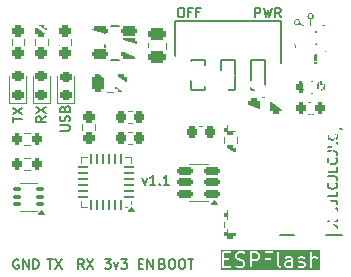
<source format=gto>
G04 #@! TF.GenerationSoftware,KiCad,Pcbnew,9.0.1*
G04 #@! TF.CreationDate,2025-04-15T14:17:18+12:00*
G04 #@! TF.ProjectId,ESPFlash,45535046-6c61-4736-982e-6b696361645f,rev?*
G04 #@! TF.SameCoordinates,Original*
G04 #@! TF.FileFunction,Legend,Top*
G04 #@! TF.FilePolarity,Positive*
%FSLAX46Y46*%
G04 Gerber Fmt 4.6, Leading zero omitted, Abs format (unit mm)*
G04 Created by KiCad (PCBNEW 9.0.1) date 2025-04-15 14:17:18*
%MOMM*%
%LPD*%
G01*
G04 APERTURE LIST*
G04 Aperture macros list*
%AMRoundRect*
0 Rectangle with rounded corners*
0 $1 Rounding radius*
0 $2 $3 $4 $5 $6 $7 $8 $9 X,Y pos of 4 corners*
0 Add a 4 corners polygon primitive as box body*
4,1,4,$2,$3,$4,$5,$6,$7,$8,$9,$2,$3,0*
0 Add four circle primitives for the rounded corners*
1,1,$1+$1,$2,$3*
1,1,$1+$1,$4,$5*
1,1,$1+$1,$6,$7*
1,1,$1+$1,$8,$9*
0 Add four rect primitives between the rounded corners*
20,1,$1+$1,$2,$3,$4,$5,0*
20,1,$1+$1,$4,$5,$6,$7,0*
20,1,$1+$1,$6,$7,$8,$9,0*
20,1,$1+$1,$8,$9,$2,$3,0*%
%AMFreePoly0*
4,1,229,0.026192,0.903996,0.026383,0.903985,0.052383,0.901985,0.052573,0.901967,0.078573,0.898967,0.078944,0.898910,0.104944,0.893910,0.105167,0.893862,0.130167,0.887862,0.130300,0.887828,0.156300,0.880828,0.156756,0.880682,0.180756,0.871682,0.180923,0.871615,0.204923,0.861615,0.205083,0.861545,0.229083,0.850545,0.229460,0.850353,0.252460,0.837353,0.252684,0.837218,
0.296684,0.809218,0.297030,0.808977,0.318030,0.792977,0.318238,0.792810,0.338238,0.775810,0.338439,0.775630,0.357439,0.757630,0.357630,0.757439,0.375630,0.738439,0.375810,0.738238,0.392810,0.718238,0.392977,0.718030,0.408977,0.697030,0.409218,0.696684,0.437218,0.652684,0.437353,0.652460,0.450353,0.629460,0.450545,0.629083,0.461545,0.605083,0.461615,0.604923,
0.471615,0.580923,0.471682,0.580756,0.480682,0.556756,0.480828,0.556300,0.487828,0.530300,0.487862,0.530167,0.493862,0.505167,0.493910,0.504944,0.498910,0.478944,0.498967,0.478573,0.501967,0.452573,0.501985,0.452383,0.503985,0.426383,0.503996,0.426192,0.504996,0.400192,0.505000,0.400000,0.505000,-0.400000,0.504996,-0.400192,0.503996,-0.426192,0.503985,-0.426383,
0.501985,-0.452383,0.501967,-0.452573,0.498967,-0.478573,0.498910,-0.478944,0.493910,-0.504944,0.493862,-0.505167,0.487862,-0.530167,0.487828,-0.530300,0.480828,-0.556300,0.480682,-0.556756,0.471682,-0.580756,0.471615,-0.580923,0.461615,-0.604923,0.461545,-0.605083,0.450545,-0.629083,0.450353,-0.629460,0.437353,-0.652460,0.437218,-0.652684,0.409218,-0.696684,0.408977,-0.697030,
0.392977,-0.718030,0.392810,-0.718238,0.375810,-0.738238,0.375630,-0.738439,0.357630,-0.757439,0.357439,-0.757630,0.338439,-0.775630,0.338238,-0.775810,0.318238,-0.792810,0.318030,-0.792977,0.297030,-0.808977,0.296684,-0.809218,0.252684,-0.837218,0.252460,-0.837353,0.229460,-0.850353,0.229083,-0.850545,0.205083,-0.861545,0.204923,-0.861615,0.180923,-0.871615,0.180756,-0.871682,
0.156756,-0.880682,0.156300,-0.880828,0.130300,-0.887828,0.130167,-0.887862,0.105167,-0.893862,0.104944,-0.893910,0.078944,-0.898910,0.078573,-0.898967,0.052573,-0.901967,0.052383,-0.901985,0.026383,-0.903985,0.026192,-0.903996,0.000192,-0.904996,-0.000192,-0.904996,-0.026192,-0.903996,-0.026383,-0.903985,-0.052383,-0.901985,-0.052573,-0.901967,-0.078573,-0.898967,-0.078944,-0.898910,
-0.104944,-0.893910,-0.105167,-0.893862,-0.130167,-0.887862,-0.130300,-0.887828,-0.156300,-0.880828,-0.156756,-0.880682,-0.180756,-0.871682,-0.180923,-0.871615,-0.204923,-0.861615,-0.205083,-0.861545,-0.229083,-0.850545,-0.229460,-0.850353,-0.252460,-0.837353,-0.252684,-0.837218,-0.296684,-0.809218,-0.297030,-0.808977,-0.318030,-0.792977,-0.318238,-0.792810,-0.338238,-0.775810,-0.338439,-0.775630,
-0.357439,-0.757630,-0.357630,-0.757439,-0.375630,-0.738439,-0.375810,-0.738238,-0.392810,-0.718238,-0.392977,-0.718030,-0.408977,-0.697030,-0.409218,-0.696684,-0.437218,-0.652684,-0.437353,-0.652460,-0.450353,-0.629460,-0.450545,-0.629083,-0.461545,-0.605083,-0.461615,-0.604923,-0.471615,-0.580923,-0.471682,-0.580756,-0.480682,-0.556756,-0.480828,-0.556300,-0.487828,-0.530300,-0.487862,-0.530167,
-0.493862,-0.505167,-0.493910,-0.504944,-0.498910,-0.478944,-0.498967,-0.478573,-0.501967,-0.452573,-0.501985,-0.452383,-0.503985,-0.426383,-0.503996,-0.426192,-0.504996,-0.400192,-0.505000,-0.400000,-0.505000,0.400000,-0.504996,0.400192,-0.503996,0.426192,-0.503985,0.426383,-0.501985,0.452383,-0.501967,0.452573,-0.498967,0.478573,-0.498910,0.478944,-0.493910,0.504944,-0.493862,0.505167,
-0.487862,0.530167,-0.487828,0.530300,-0.480828,0.556300,-0.480682,0.556756,-0.471682,0.580756,-0.471615,0.580923,-0.461615,0.604923,-0.461545,0.605083,-0.450545,0.629083,-0.450353,0.629460,-0.437353,0.652460,-0.437218,0.652684,-0.409218,0.696684,-0.408977,0.697030,-0.392977,0.718030,-0.392810,0.718238,-0.375810,0.738238,-0.375630,0.738439,-0.357630,0.757439,-0.357439,0.757630,
-0.338439,0.775630,-0.338238,0.775810,-0.318238,0.792810,-0.318030,0.792977,-0.297030,0.808977,-0.296684,0.809218,-0.252684,0.837218,-0.252460,0.837353,-0.229460,0.850353,-0.229083,0.850545,-0.205083,0.861545,-0.204923,0.861615,-0.180923,0.871615,-0.180756,0.871682,-0.156756,0.880682,-0.156300,0.880828,-0.130300,0.887828,-0.130167,0.887862,-0.105167,0.893862,-0.104944,0.893910,
-0.078944,0.898910,-0.078573,0.898967,-0.052573,0.901967,-0.052383,0.901985,-0.026383,0.903985,-0.026192,0.903996,-0.000192,0.904996,0.000192,0.904996,0.026192,0.903996,0.026192,0.903996,$1*%
G04 Aperture macros list end*
%ADD10C,0.152400*%
%ADD11C,0.150000*%
%ADD12C,0.120000*%
%ADD13C,0.127000*%
%ADD14C,0.000000*%
%ADD15C,0.200000*%
%ADD16C,0.010000*%
%ADD17RoundRect,0.243750X0.243750X0.456250X-0.243750X0.456250X-0.243750X-0.456250X0.243750X-0.456250X0*%
%ADD18RoundRect,0.218750X0.256250X-0.218750X0.256250X0.218750X-0.256250X0.218750X-0.256250X-0.218750X0*%
%ADD19C,1.000000*%
%ADD20RoundRect,0.102000X0.600000X1.250000X-0.600000X1.250000X-0.600000X-1.250000X0.600000X-1.250000X0*%
%ADD21RoundRect,0.200000X-0.200000X-0.275000X0.200000X-0.275000X0.200000X0.275000X-0.200000X0.275000X0*%
%ADD22RoundRect,0.200000X0.275000X-0.200000X0.275000X0.200000X-0.275000X0.200000X-0.275000X-0.200000X0*%
%ADD23RoundRect,0.100000X0.225000X0.100000X-0.225000X0.100000X-0.225000X-0.100000X0.225000X-0.100000X0*%
%ADD24RoundRect,0.225000X-0.225000X-0.250000X0.225000X-0.250000X0.225000X0.250000X-0.225000X0.250000X0*%
%ADD25RoundRect,0.237500X0.237500X-0.250000X0.237500X0.250000X-0.237500X0.250000X-0.237500X-0.250000X0*%
%ADD26RoundRect,0.200000X-0.275000X0.200000X-0.275000X-0.200000X0.275000X-0.200000X0.275000X0.200000X0*%
%ADD27RoundRect,0.250000X-0.250000X-0.475000X0.250000X-0.475000X0.250000X0.475000X-0.250000X0.475000X0*%
%ADD28RoundRect,0.198500X0.508500X0.198500X-0.508500X0.198500X-0.508500X-0.198500X0.508500X-0.198500X0*%
%ADD29FreePoly0,90.000000*%
%ADD30C,0.650000*%
%ADD31R,1.150000X0.600000*%
%ADD32R,1.150000X0.300000*%
%ADD33O,2.176000X1.076000*%
%ADD34RoundRect,0.200000X0.200000X0.275000X-0.200000X0.275000X-0.200000X-0.275000X0.200000X-0.275000X0*%
%ADD35RoundRect,0.062500X0.350000X0.062500X-0.350000X0.062500X-0.350000X-0.062500X0.350000X-0.062500X0*%
%ADD36RoundRect,0.062500X0.062500X0.350000X-0.062500X0.350000X-0.062500X-0.350000X0.062500X-0.350000X0*%
%ADD37R,2.600000X2.600000*%
%ADD38RoundRect,0.250000X0.475000X-0.250000X0.475000X0.250000X-0.475000X0.250000X-0.475000X-0.250000X0*%
%ADD39RoundRect,0.225000X0.225000X0.250000X-0.225000X0.250000X-0.225000X-0.250000X0.225000X-0.250000X0*%
%ADD40RoundRect,0.150000X0.512500X0.150000X-0.512500X0.150000X-0.512500X-0.150000X0.512500X-0.150000X0*%
%ADD41R,1.700000X1.700000*%
%ADD42O,1.700000X1.700000*%
%ADD43C,0.600000*%
G04 APERTURE END LIST*
D10*
X65429803Y-40023984D02*
X66010375Y-40023984D01*
X66010375Y-40023984D02*
X66126489Y-40062689D01*
X66126489Y-40062689D02*
X66203899Y-40140098D01*
X66203899Y-40140098D02*
X66242603Y-40256213D01*
X66242603Y-40256213D02*
X66242603Y-40333622D01*
X66242603Y-39249889D02*
X66242603Y-39636937D01*
X66242603Y-39636937D02*
X65429803Y-39636937D01*
X66165194Y-38514499D02*
X66203899Y-38553203D01*
X66203899Y-38553203D02*
X66242603Y-38669318D01*
X66242603Y-38669318D02*
X66242603Y-38746727D01*
X66242603Y-38746727D02*
X66203899Y-38862841D01*
X66203899Y-38862841D02*
X66126489Y-38940251D01*
X66126489Y-38940251D02*
X66049079Y-38978956D01*
X66049079Y-38978956D02*
X65894260Y-39017660D01*
X65894260Y-39017660D02*
X65778146Y-39017660D01*
X65778146Y-39017660D02*
X65623327Y-38978956D01*
X65623327Y-38978956D02*
X65545918Y-38940251D01*
X65545918Y-38940251D02*
X65468508Y-38862841D01*
X65468508Y-38862841D02*
X65429803Y-38746727D01*
X65429803Y-38746727D02*
X65429803Y-38669318D01*
X65429803Y-38669318D02*
X65468508Y-38553203D01*
X65468508Y-38553203D02*
X65507213Y-38514499D01*
X65429803Y-37933927D02*
X66010375Y-37933927D01*
X66010375Y-37933927D02*
X66126489Y-37972632D01*
X66126489Y-37972632D02*
X66203899Y-38050041D01*
X66203899Y-38050041D02*
X66242603Y-38166156D01*
X66242603Y-38166156D02*
X66242603Y-38243565D01*
X66242603Y-37159832D02*
X66242603Y-37546880D01*
X66242603Y-37546880D02*
X65429803Y-37546880D01*
X66165194Y-36424442D02*
X66203899Y-36463146D01*
X66203899Y-36463146D02*
X66242603Y-36579261D01*
X66242603Y-36579261D02*
X66242603Y-36656670D01*
X66242603Y-36656670D02*
X66203899Y-36772784D01*
X66203899Y-36772784D02*
X66126489Y-36850194D01*
X66126489Y-36850194D02*
X66049079Y-36888899D01*
X66049079Y-36888899D02*
X65894260Y-36927603D01*
X65894260Y-36927603D02*
X65778146Y-36927603D01*
X65778146Y-36927603D02*
X65623327Y-36888899D01*
X65623327Y-36888899D02*
X65545918Y-36850194D01*
X65545918Y-36850194D02*
X65468508Y-36772784D01*
X65468508Y-36772784D02*
X65429803Y-36656670D01*
X65429803Y-36656670D02*
X65429803Y-36579261D01*
X65429803Y-36579261D02*
X65468508Y-36463146D01*
X65468508Y-36463146D02*
X65507213Y-36424442D01*
X65429803Y-35843870D02*
X66010375Y-35843870D01*
X66010375Y-35843870D02*
X66126489Y-35882575D01*
X66126489Y-35882575D02*
X66203899Y-35959984D01*
X66203899Y-35959984D02*
X66242603Y-36076099D01*
X66242603Y-36076099D02*
X66242603Y-36153508D01*
X66242603Y-35069775D02*
X66242603Y-35456823D01*
X66242603Y-35456823D02*
X65429803Y-35456823D01*
X66165194Y-34334385D02*
X66203899Y-34373089D01*
X66203899Y-34373089D02*
X66242603Y-34489204D01*
X66242603Y-34489204D02*
X66242603Y-34566613D01*
X66242603Y-34566613D02*
X66203899Y-34682727D01*
X66203899Y-34682727D02*
X66126489Y-34760137D01*
X66126489Y-34760137D02*
X66049079Y-34798842D01*
X66049079Y-34798842D02*
X65894260Y-34837546D01*
X65894260Y-34837546D02*
X65778146Y-34837546D01*
X65778146Y-34837546D02*
X65623327Y-34798842D01*
X65623327Y-34798842D02*
X65545918Y-34760137D01*
X65545918Y-34760137D02*
X65468508Y-34682727D01*
X65468508Y-34682727D02*
X65429803Y-34566613D01*
X65429803Y-34566613D02*
X65429803Y-34489204D01*
X65429803Y-34489204D02*
X65468508Y-34373089D01*
X65468508Y-34373089D02*
X65507213Y-34334385D01*
X65429803Y-33753813D02*
X66010375Y-33753813D01*
X66010375Y-33753813D02*
X66126489Y-33792518D01*
X66126489Y-33792518D02*
X66203899Y-33869927D01*
X66203899Y-33869927D02*
X66242603Y-33986042D01*
X66242603Y-33986042D02*
X66242603Y-34063451D01*
X66242603Y-32979718D02*
X66242603Y-33366766D01*
X66242603Y-33366766D02*
X65429803Y-33366766D01*
X66165194Y-32244328D02*
X66203899Y-32283032D01*
X66203899Y-32283032D02*
X66242603Y-32399147D01*
X66242603Y-32399147D02*
X66242603Y-32476556D01*
X66242603Y-32476556D02*
X66203899Y-32592670D01*
X66203899Y-32592670D02*
X66126489Y-32670080D01*
X66126489Y-32670080D02*
X66049079Y-32708785D01*
X66049079Y-32708785D02*
X65894260Y-32747489D01*
X65894260Y-32747489D02*
X65778146Y-32747489D01*
X65778146Y-32747489D02*
X65623327Y-32708785D01*
X65623327Y-32708785D02*
X65545918Y-32670080D01*
X65545918Y-32670080D02*
X65468508Y-32592670D01*
X65468508Y-32592670D02*
X65429803Y-32476556D01*
X65429803Y-32476556D02*
X65429803Y-32399147D01*
X65429803Y-32399147D02*
X65468508Y-32283032D01*
X65468508Y-32283032D02*
X65507213Y-32244328D01*
X49433786Y-43266851D02*
X49704720Y-43266851D01*
X49820834Y-43692603D02*
X49433786Y-43692603D01*
X49433786Y-43692603D02*
X49433786Y-42879803D01*
X49433786Y-42879803D02*
X49820834Y-42879803D01*
X50169176Y-43692603D02*
X50169176Y-42879803D01*
X50169176Y-42879803D02*
X50633633Y-43692603D01*
X50633633Y-43692603D02*
X50633633Y-42879803D01*
X46556377Y-42879803D02*
X47059539Y-42879803D01*
X47059539Y-42879803D02*
X46788605Y-43189441D01*
X46788605Y-43189441D02*
X46904720Y-43189441D01*
X46904720Y-43189441D02*
X46982129Y-43228146D01*
X46982129Y-43228146D02*
X47020834Y-43266851D01*
X47020834Y-43266851D02*
X47059539Y-43344260D01*
X47059539Y-43344260D02*
X47059539Y-43537784D01*
X47059539Y-43537784D02*
X47020834Y-43615194D01*
X47020834Y-43615194D02*
X46982129Y-43653899D01*
X46982129Y-43653899D02*
X46904720Y-43692603D01*
X46904720Y-43692603D02*
X46672491Y-43692603D01*
X46672491Y-43692603D02*
X46595082Y-43653899D01*
X46595082Y-43653899D02*
X46556377Y-43615194D01*
X47330472Y-43150737D02*
X47523996Y-43692603D01*
X47523996Y-43692603D02*
X47717519Y-43150737D01*
X47949748Y-42879803D02*
X48452910Y-42879803D01*
X48452910Y-42879803D02*
X48181976Y-43189441D01*
X48181976Y-43189441D02*
X48298091Y-43189441D01*
X48298091Y-43189441D02*
X48375500Y-43228146D01*
X48375500Y-43228146D02*
X48414205Y-43266851D01*
X48414205Y-43266851D02*
X48452910Y-43344260D01*
X48452910Y-43344260D02*
X48452910Y-43537784D01*
X48452910Y-43537784D02*
X48414205Y-43615194D01*
X48414205Y-43615194D02*
X48375500Y-43653899D01*
X48375500Y-43653899D02*
X48298091Y-43692603D01*
X48298091Y-43692603D02*
X48065862Y-43692603D01*
X48065862Y-43692603D02*
X47988453Y-43653899D01*
X47988453Y-43653899D02*
X47949748Y-43615194D01*
X59290739Y-22394170D02*
X59290739Y-21594170D01*
X59290739Y-21594170D02*
X59595501Y-21594170D01*
X59595501Y-21594170D02*
X59671691Y-21632265D01*
X59671691Y-21632265D02*
X59709786Y-21670360D01*
X59709786Y-21670360D02*
X59747882Y-21746551D01*
X59747882Y-21746551D02*
X59747882Y-21860836D01*
X59747882Y-21860836D02*
X59709786Y-21937027D01*
X59709786Y-21937027D02*
X59671691Y-21975122D01*
X59671691Y-21975122D02*
X59595501Y-22013217D01*
X59595501Y-22013217D02*
X59290739Y-22013217D01*
X60014548Y-21594170D02*
X60205024Y-22394170D01*
X60205024Y-22394170D02*
X60357405Y-21822741D01*
X60357405Y-21822741D02*
X60509786Y-22394170D01*
X60509786Y-22394170D02*
X60700263Y-21594170D01*
X61462168Y-22394170D02*
X61195501Y-22013217D01*
X61005025Y-22394170D02*
X61005025Y-21594170D01*
X61005025Y-21594170D02*
X61309787Y-21594170D01*
X61309787Y-21594170D02*
X61385977Y-21632265D01*
X61385977Y-21632265D02*
X61424072Y-21670360D01*
X61424072Y-21670360D02*
X61462168Y-21746551D01*
X61462168Y-21746551D02*
X61462168Y-21860836D01*
X61462168Y-21860836D02*
X61424072Y-21937027D01*
X61424072Y-21937027D02*
X61385977Y-21975122D01*
X61385977Y-21975122D02*
X61309787Y-22013217D01*
X61309787Y-22013217D02*
X61005025Y-22013217D01*
G36*
X62355015Y-43432480D02*
G01*
X62294179Y-43462898D01*
X62032537Y-43462898D01*
X61952296Y-43422779D01*
X61912177Y-43342539D01*
X61912177Y-43259467D01*
X61952296Y-43179227D01*
X62032536Y-43139108D01*
X62312167Y-43139108D01*
X62327033Y-43137644D01*
X62329563Y-43136595D01*
X62332293Y-43136402D01*
X62346245Y-43131063D01*
X62355015Y-43126678D01*
X62355015Y-43432480D01*
G37*
G36*
X59469408Y-42411245D02*
G01*
X59511445Y-42453283D01*
X59557395Y-42545182D01*
X59557395Y-42687777D01*
X59511446Y-42779674D01*
X59469407Y-42821712D01*
X59377512Y-42867660D01*
X58995510Y-42867660D01*
X58995510Y-42365298D01*
X59377512Y-42365298D01*
X59469408Y-42411245D01*
G37*
G36*
X64789161Y-43754187D02*
G01*
X56382793Y-43754187D01*
X56382793Y-42289098D01*
X56521682Y-42289098D01*
X56521682Y-43539098D01*
X56523146Y-43553964D01*
X56534524Y-43581432D01*
X56555548Y-43602456D01*
X56583016Y-43613834D01*
X56597882Y-43615298D01*
X57193120Y-43615298D01*
X57207986Y-43613834D01*
X57235454Y-43602456D01*
X57256478Y-43581432D01*
X57267856Y-43553964D01*
X57267856Y-43524232D01*
X57256478Y-43496764D01*
X57235454Y-43475740D01*
X57207986Y-43464362D01*
X57193120Y-43462898D01*
X56674082Y-43462898D01*
X56674082Y-42960536D01*
X57014548Y-42960536D01*
X57029414Y-42959072D01*
X57056882Y-42947694D01*
X57077906Y-42926670D01*
X57089284Y-42899202D01*
X57089284Y-42869470D01*
X57077906Y-42842002D01*
X57056882Y-42820978D01*
X57029414Y-42809600D01*
X57014548Y-42808136D01*
X56674082Y-42808136D01*
X56674082Y-42527194D01*
X57593110Y-42527194D01*
X57593110Y-42646241D01*
X57594574Y-42661107D01*
X57595622Y-42663637D01*
X57595816Y-42666367D01*
X57601155Y-42680319D01*
X57660679Y-42799367D01*
X57664704Y-42805762D01*
X57665475Y-42807623D01*
X57667192Y-42809715D01*
X57668636Y-42812009D01*
X57670158Y-42813329D01*
X57674952Y-42819170D01*
X57734475Y-42878694D01*
X57740319Y-42883490D01*
X57741638Y-42885011D01*
X57743928Y-42886453D01*
X57746022Y-42888171D01*
X57747881Y-42888941D01*
X57754280Y-42892969D01*
X57873328Y-42952491D01*
X57874413Y-42952906D01*
X57874857Y-42953235D01*
X57881109Y-42955468D01*
X57887279Y-42957830D01*
X57887826Y-42957868D01*
X57888924Y-42958261D01*
X58118905Y-43015756D01*
X58219407Y-43066007D01*
X58261447Y-43108047D01*
X58307395Y-43199943D01*
X58307395Y-43283014D01*
X58261445Y-43374913D01*
X58219407Y-43416951D01*
X58127512Y-43462898D01*
X57860247Y-43462898D01*
X57693406Y-43407285D01*
X57678840Y-43403973D01*
X57649184Y-43406081D01*
X57622590Y-43419378D01*
X57603110Y-43441838D01*
X57593708Y-43470045D01*
X57595816Y-43499701D01*
X57609113Y-43526295D01*
X57631573Y-43545775D01*
X57645214Y-43551865D01*
X57823785Y-43611388D01*
X57831156Y-43613064D01*
X57833015Y-43613834D01*
X57835709Y-43614099D01*
X57838351Y-43614700D01*
X57840359Y-43614557D01*
X57847881Y-43615298D01*
X58145500Y-43615298D01*
X58160366Y-43613834D01*
X58162896Y-43612785D01*
X58165626Y-43612592D01*
X58179577Y-43607254D01*
X58298625Y-43547731D01*
X58305025Y-43543702D01*
X58306882Y-43542933D01*
X58308973Y-43541216D01*
X58311267Y-43539773D01*
X58312585Y-43538253D01*
X58318430Y-43533457D01*
X58377954Y-43473932D01*
X58382748Y-43468089D01*
X58384270Y-43466770D01*
X58385714Y-43464475D01*
X58387430Y-43462385D01*
X58388199Y-43460528D01*
X58392228Y-43454128D01*
X58451750Y-43335080D01*
X58457089Y-43321129D01*
X58457282Y-43318399D01*
X58458331Y-43315869D01*
X58459795Y-43301003D01*
X58459795Y-43181955D01*
X58458331Y-43167089D01*
X58457282Y-43164558D01*
X58457089Y-43161829D01*
X58451750Y-43147877D01*
X58392227Y-43028831D01*
X58388200Y-43022433D01*
X58387430Y-43020574D01*
X58385713Y-43018482D01*
X58384270Y-43016189D01*
X58382748Y-43014869D01*
X58377954Y-43009027D01*
X58318430Y-42949502D01*
X58312588Y-42944708D01*
X58311268Y-42943186D01*
X58308971Y-42941740D01*
X58306882Y-42940026D01*
X58305025Y-42939257D01*
X58298626Y-42935229D01*
X58179578Y-42875705D01*
X58178492Y-42875289D01*
X58178049Y-42874961D01*
X58171787Y-42872723D01*
X58165626Y-42870366D01*
X58165079Y-42870327D01*
X58163982Y-42869935D01*
X57934001Y-42812439D01*
X57833494Y-42762186D01*
X57791458Y-42720150D01*
X57745510Y-42628253D01*
X57745510Y-42545181D01*
X57791458Y-42453284D01*
X57833495Y-42411246D01*
X57925393Y-42365298D01*
X58192657Y-42365298D01*
X58359498Y-42420911D01*
X58374064Y-42424224D01*
X58403720Y-42422116D01*
X58430314Y-42408819D01*
X58449794Y-42386359D01*
X58459196Y-42358152D01*
X58457088Y-42328496D01*
X58443792Y-42301902D01*
X58429029Y-42289098D01*
X58843110Y-42289098D01*
X58843110Y-43539098D01*
X58844574Y-43553964D01*
X58855952Y-43581432D01*
X58876976Y-43602456D01*
X58904444Y-43613834D01*
X58934176Y-43613834D01*
X58961644Y-43602456D01*
X58982668Y-43581432D01*
X58994046Y-43553964D01*
X58995510Y-43539098D01*
X58995510Y-43020060D01*
X59395500Y-43020060D01*
X59410366Y-43018596D01*
X59412896Y-43017547D01*
X59415626Y-43017354D01*
X59429578Y-43012015D01*
X59548626Y-42952491D01*
X59555025Y-42948462D01*
X59556882Y-42947694D01*
X59558971Y-42945979D01*
X59561268Y-42944534D01*
X59562588Y-42943011D01*
X59568430Y-42938218D01*
X59627952Y-42878695D01*
X59632746Y-42872853D01*
X59634269Y-42871533D01*
X59635712Y-42869238D01*
X59637429Y-42867148D01*
X59638198Y-42865289D01*
X59642226Y-42858891D01*
X59701750Y-42739842D01*
X59707089Y-42725891D01*
X59707283Y-42723160D01*
X59708331Y-42720631D01*
X59709795Y-42705765D01*
X59709795Y-42527194D01*
X59708331Y-42512328D01*
X59707283Y-42509798D01*
X59707089Y-42507068D01*
X59701750Y-42493117D01*
X59642226Y-42374068D01*
X59638200Y-42367672D01*
X59637430Y-42365812D01*
X59635712Y-42363719D01*
X59634269Y-42361426D01*
X59632746Y-42360105D01*
X59627953Y-42354265D01*
X59568430Y-42294741D01*
X59562588Y-42289946D01*
X59561853Y-42289098D01*
X60093110Y-42289098D01*
X60093110Y-43539098D01*
X60094574Y-43553964D01*
X60105952Y-43581432D01*
X60126976Y-43602456D01*
X60154444Y-43613834D01*
X60184176Y-43613834D01*
X60211644Y-43602456D01*
X60232668Y-43581432D01*
X60244046Y-43553964D01*
X60245510Y-43539098D01*
X60245510Y-42960536D01*
X60585976Y-42960536D01*
X60600842Y-42959072D01*
X60628310Y-42947694D01*
X60649334Y-42926670D01*
X60660712Y-42899202D01*
X60660712Y-42869470D01*
X60649334Y-42842002D01*
X60628310Y-42820978D01*
X60600842Y-42809600D01*
X60585976Y-42808136D01*
X60245510Y-42808136D01*
X60245510Y-42365298D01*
X60764548Y-42365298D01*
X60779414Y-42363834D01*
X60806882Y-42352456D01*
X60827906Y-42331432D01*
X60839284Y-42303964D01*
X60839284Y-42289098D01*
X61164539Y-42289098D01*
X61164539Y-43360527D01*
X61166003Y-43375393D01*
X61167051Y-43377923D01*
X61167245Y-43380653D01*
X61172583Y-43394604D01*
X61232106Y-43513652D01*
X61233672Y-43516140D01*
X61234063Y-43517312D01*
X61235328Y-43518770D01*
X61240064Y-43526294D01*
X61247282Y-43532554D01*
X61253543Y-43539773D01*
X61261066Y-43544508D01*
X61262525Y-43545774D01*
X61263696Y-43546164D01*
X61266185Y-43547731D01*
X61385233Y-43607253D01*
X61399184Y-43612592D01*
X61428840Y-43614699D01*
X61457047Y-43605297D01*
X61479508Y-43585817D01*
X61492804Y-43559224D01*
X61494911Y-43529567D01*
X61485509Y-43501361D01*
X61466029Y-43478900D01*
X61453387Y-43470942D01*
X61357057Y-43422778D01*
X61316939Y-43342538D01*
X61316939Y-43241479D01*
X61759777Y-43241479D01*
X61759777Y-43360527D01*
X61761241Y-43375393D01*
X61762289Y-43377923D01*
X61762483Y-43380653D01*
X61767822Y-43394605D01*
X61827346Y-43513653D01*
X61828911Y-43516140D01*
X61829302Y-43517312D01*
X61830567Y-43518770D01*
X61835303Y-43526295D01*
X61842523Y-43532557D01*
X61848782Y-43539773D01*
X61856302Y-43544506D01*
X61857764Y-43545774D01*
X61858938Y-43546165D01*
X61861424Y-43547730D01*
X61980470Y-43607253D01*
X61994422Y-43612592D01*
X61997151Y-43612785D01*
X61999682Y-43613834D01*
X62014548Y-43615298D01*
X62312167Y-43615298D01*
X62327033Y-43613834D01*
X62329563Y-43612785D01*
X62332293Y-43612592D01*
X62346244Y-43607254D01*
X62377867Y-43591442D01*
X62388881Y-43602456D01*
X62416349Y-43613834D01*
X62446081Y-43613834D01*
X62473549Y-43602456D01*
X62494573Y-43581432D01*
X62505951Y-43553964D01*
X62507415Y-43539098D01*
X62507415Y-42884336D01*
X62890729Y-42884336D01*
X62890729Y-42943860D01*
X62892193Y-42958726D01*
X62893241Y-42961256D01*
X62893435Y-42963986D01*
X62898774Y-42977938D01*
X62958298Y-43096986D01*
X62959863Y-43099473D01*
X62960254Y-43100645D01*
X62961519Y-43102103D01*
X62966255Y-43109628D01*
X62973475Y-43115889D01*
X62979733Y-43123105D01*
X62987255Y-43127840D01*
X62988716Y-43129107D01*
X62989888Y-43129497D01*
X62992375Y-43131063D01*
X63111422Y-43190587D01*
X63125374Y-43195926D01*
X63128104Y-43196120D01*
X63130634Y-43197168D01*
X63145500Y-43198632D01*
X63306085Y-43198632D01*
X63386323Y-43238751D01*
X63426443Y-43318991D01*
X63426443Y-43342539D01*
X63386323Y-43422779D01*
X63306085Y-43462898D01*
X63103965Y-43462898D01*
X63001006Y-43411420D01*
X62987055Y-43406081D01*
X62957399Y-43403974D01*
X62929192Y-43413376D01*
X62906731Y-43432856D01*
X62893435Y-43459449D01*
X62891328Y-43489105D01*
X62900730Y-43517312D01*
X62920210Y-43539773D01*
X62932852Y-43547730D01*
X63051898Y-43607253D01*
X63065850Y-43612592D01*
X63068579Y-43612785D01*
X63071110Y-43613834D01*
X63085976Y-43615298D01*
X63324072Y-43615298D01*
X63338938Y-43613834D01*
X63341468Y-43612785D01*
X63344198Y-43612592D01*
X63358149Y-43607253D01*
X63477196Y-43547731D01*
X63479684Y-43546164D01*
X63480856Y-43545774D01*
X63482315Y-43544508D01*
X63489838Y-43539773D01*
X63496096Y-43532557D01*
X63503317Y-43526295D01*
X63508052Y-43518770D01*
X63509318Y-43517312D01*
X63509708Y-43516139D01*
X63511274Y-43513653D01*
X63570798Y-43394604D01*
X63576137Y-43380653D01*
X63576331Y-43377922D01*
X63577379Y-43375393D01*
X63578843Y-43360527D01*
X63578843Y-43301003D01*
X63577379Y-43286137D01*
X63576331Y-43283607D01*
X63576137Y-43280877D01*
X63570798Y-43266926D01*
X63511274Y-43147877D01*
X63509708Y-43145390D01*
X63509318Y-43144218D01*
X63508052Y-43142759D01*
X63503317Y-43135235D01*
X63496096Y-43128972D01*
X63489838Y-43121757D01*
X63482315Y-43117021D01*
X63480856Y-43115756D01*
X63479684Y-43115365D01*
X63477196Y-43113799D01*
X63358149Y-43054277D01*
X63344198Y-43048938D01*
X63341468Y-43048744D01*
X63338938Y-43047696D01*
X63324072Y-43046232D01*
X63163488Y-43046232D01*
X63083248Y-43006111D01*
X63043129Y-42925872D01*
X63043129Y-42902324D01*
X63083248Y-42822084D01*
X63163488Y-42781965D01*
X63306084Y-42781965D01*
X63409041Y-42833444D01*
X63422993Y-42838783D01*
X63452649Y-42840891D01*
X63480856Y-42831488D01*
X63503317Y-42812009D01*
X63516613Y-42785416D01*
X63518721Y-42755759D01*
X63509319Y-42727553D01*
X63489839Y-42705092D01*
X63477197Y-42697134D01*
X63358150Y-42637610D01*
X63344199Y-42632271D01*
X63341467Y-42632076D01*
X63338938Y-42631029D01*
X63324072Y-42629565D01*
X63145500Y-42629565D01*
X63130634Y-42631029D01*
X63128104Y-42632076D01*
X63125374Y-42632271D01*
X63111422Y-42637610D01*
X62992375Y-42697134D01*
X62989890Y-42698697D01*
X62988717Y-42699089D01*
X62987254Y-42700357D01*
X62979733Y-42705092D01*
X62973473Y-42712309D01*
X62966256Y-42718569D01*
X62961520Y-42726091D01*
X62960254Y-42727552D01*
X62959863Y-42728724D01*
X62958298Y-42731211D01*
X62898774Y-42850258D01*
X62893435Y-42864209D01*
X62893240Y-42866940D01*
X62892193Y-42869470D01*
X62890729Y-42884336D01*
X62507415Y-42884336D01*
X62505951Y-42869470D01*
X62504903Y-42866940D01*
X62504709Y-42864210D01*
X62499370Y-42850258D01*
X62439846Y-42731211D01*
X62438280Y-42728724D01*
X62437890Y-42727552D01*
X62436623Y-42726091D01*
X62431888Y-42718569D01*
X62424672Y-42712311D01*
X62418411Y-42705091D01*
X62410886Y-42700355D01*
X62409428Y-42699090D01*
X62408256Y-42698699D01*
X62405769Y-42697134D01*
X62286721Y-42637610D01*
X62272769Y-42632271D01*
X62270039Y-42632077D01*
X62267509Y-42631029D01*
X62252643Y-42629565D01*
X62014548Y-42629565D01*
X61999682Y-42631029D01*
X61997152Y-42632076D01*
X61994422Y-42632271D01*
X61980470Y-42637610D01*
X61861423Y-42697134D01*
X61848781Y-42705092D01*
X61829302Y-42727552D01*
X61819900Y-42755759D01*
X61822007Y-42785416D01*
X61835304Y-42812009D01*
X61857764Y-42831488D01*
X61885971Y-42840890D01*
X61915628Y-42838783D01*
X61929579Y-42833444D01*
X62032536Y-42781965D01*
X62234655Y-42781965D01*
X62314894Y-42822084D01*
X62355015Y-42902324D01*
X62355015Y-42956290D01*
X62294179Y-42986708D01*
X62014548Y-42986708D01*
X61999682Y-42988172D01*
X61997152Y-42989219D01*
X61994422Y-42989414D01*
X61980470Y-42994753D01*
X61861423Y-43054277D01*
X61858938Y-43055840D01*
X61857765Y-43056232D01*
X61856302Y-43057500D01*
X61848781Y-43062235D01*
X61842521Y-43069452D01*
X61835304Y-43075712D01*
X61830568Y-43083234D01*
X61829302Y-43084695D01*
X61828911Y-43085867D01*
X61827346Y-43088354D01*
X61767822Y-43207401D01*
X61762483Y-43221352D01*
X61762288Y-43224083D01*
X61761241Y-43226613D01*
X61759777Y-43241479D01*
X61316939Y-43241479D01*
X61316939Y-42289098D01*
X63962158Y-42289098D01*
X63962158Y-43539098D01*
X63963622Y-43553964D01*
X63975000Y-43581432D01*
X63996024Y-43602456D01*
X64023492Y-43613834D01*
X64053224Y-43613834D01*
X64080692Y-43602456D01*
X64101716Y-43581432D01*
X64113094Y-43553964D01*
X64114558Y-43539098D01*
X64114558Y-42856375D01*
X64143019Y-42827913D01*
X64234917Y-42781965D01*
X64377512Y-42781965D01*
X64457751Y-42822084D01*
X64497872Y-42902324D01*
X64497872Y-43539098D01*
X64499336Y-43553964D01*
X64510714Y-43581432D01*
X64531738Y-43602456D01*
X64559206Y-43613834D01*
X64588938Y-43613834D01*
X64616406Y-43602456D01*
X64637430Y-43581432D01*
X64648808Y-43553964D01*
X64650272Y-43539098D01*
X64650272Y-42884336D01*
X64648808Y-42869470D01*
X64647760Y-42866940D01*
X64647566Y-42864210D01*
X64642227Y-42850258D01*
X64582703Y-42731211D01*
X64581137Y-42728724D01*
X64580747Y-42727552D01*
X64579480Y-42726091D01*
X64574745Y-42718569D01*
X64567529Y-42712311D01*
X64561268Y-42705091D01*
X64553743Y-42700355D01*
X64552285Y-42699090D01*
X64551113Y-42698699D01*
X64548626Y-42697134D01*
X64429578Y-42637610D01*
X64415626Y-42632271D01*
X64412896Y-42632077D01*
X64410366Y-42631029D01*
X64395500Y-42629565D01*
X64216929Y-42629565D01*
X64202063Y-42631029D01*
X64199533Y-42632076D01*
X64196803Y-42632271D01*
X64182852Y-42637610D01*
X64114558Y-42671756D01*
X64114558Y-42289098D01*
X64113094Y-42274232D01*
X64101716Y-42246764D01*
X64080692Y-42225740D01*
X64053224Y-42214362D01*
X64023492Y-42214362D01*
X63996024Y-42225740D01*
X63975000Y-42246764D01*
X63963622Y-42274232D01*
X63962158Y-42289098D01*
X61316939Y-42289098D01*
X61315475Y-42274232D01*
X61304097Y-42246764D01*
X61283073Y-42225740D01*
X61255605Y-42214362D01*
X61225873Y-42214362D01*
X61198405Y-42225740D01*
X61177381Y-42246764D01*
X61166003Y-42274232D01*
X61164539Y-42289098D01*
X60839284Y-42289098D01*
X60839284Y-42274232D01*
X60827906Y-42246764D01*
X60806882Y-42225740D01*
X60779414Y-42214362D01*
X60764548Y-42212898D01*
X60169310Y-42212898D01*
X60154444Y-42214362D01*
X60126976Y-42225740D01*
X60105952Y-42246764D01*
X60094574Y-42274232D01*
X60093110Y-42289098D01*
X59561853Y-42289098D01*
X59561268Y-42288424D01*
X59558973Y-42286980D01*
X59556883Y-42285264D01*
X59555024Y-42284494D01*
X59548626Y-42280467D01*
X59429578Y-42220943D01*
X59415626Y-42215604D01*
X59412896Y-42215410D01*
X59410366Y-42214362D01*
X59395500Y-42212898D01*
X58919310Y-42212898D01*
X58904444Y-42214362D01*
X58876976Y-42225740D01*
X58855952Y-42246764D01*
X58844574Y-42274232D01*
X58843110Y-42289098D01*
X58429029Y-42289098D01*
X58421331Y-42282422D01*
X58407691Y-42276332D01*
X58229121Y-42216808D01*
X58221747Y-42215131D01*
X58219890Y-42214362D01*
X58217197Y-42214096D01*
X58214555Y-42213496D01*
X58212546Y-42213638D01*
X58205024Y-42212898D01*
X57907405Y-42212898D01*
X57892539Y-42214362D01*
X57890009Y-42215409D01*
X57887279Y-42215604D01*
X57873328Y-42220943D01*
X57754279Y-42280467D01*
X57747880Y-42284494D01*
X57746022Y-42285264D01*
X57743931Y-42286980D01*
X57741637Y-42288424D01*
X57740316Y-42289946D01*
X57734475Y-42294741D01*
X57674952Y-42354265D01*
X57670158Y-42360105D01*
X57668636Y-42361426D01*
X57667192Y-42363719D01*
X57665475Y-42365812D01*
X57664704Y-42367672D01*
X57660679Y-42374068D01*
X57601155Y-42493116D01*
X57595816Y-42507068D01*
X57595622Y-42509797D01*
X57594574Y-42512328D01*
X57593110Y-42527194D01*
X56674082Y-42527194D01*
X56674082Y-42365298D01*
X57193120Y-42365298D01*
X57207986Y-42363834D01*
X57235454Y-42352456D01*
X57256478Y-42331432D01*
X57267856Y-42303964D01*
X57267856Y-42274232D01*
X57256478Y-42246764D01*
X57235454Y-42225740D01*
X57207986Y-42214362D01*
X57193120Y-42212898D01*
X56597882Y-42212898D01*
X56583016Y-42214362D01*
X56555548Y-42225740D01*
X56534524Y-42246764D01*
X56523146Y-42274232D01*
X56521682Y-42289098D01*
X56382793Y-42289098D01*
X56382793Y-42074009D01*
X64789161Y-42074009D01*
X64789161Y-43754187D01*
G37*
X51464720Y-43266851D02*
X51580834Y-43305556D01*
X51580834Y-43305556D02*
X51619539Y-43344260D01*
X51619539Y-43344260D02*
X51658243Y-43421670D01*
X51658243Y-43421670D02*
X51658243Y-43537784D01*
X51658243Y-43537784D02*
X51619539Y-43615194D01*
X51619539Y-43615194D02*
X51580834Y-43653899D01*
X51580834Y-43653899D02*
X51503424Y-43692603D01*
X51503424Y-43692603D02*
X51193786Y-43692603D01*
X51193786Y-43692603D02*
X51193786Y-42879803D01*
X51193786Y-42879803D02*
X51464720Y-42879803D01*
X51464720Y-42879803D02*
X51542129Y-42918508D01*
X51542129Y-42918508D02*
X51580834Y-42957213D01*
X51580834Y-42957213D02*
X51619539Y-43034622D01*
X51619539Y-43034622D02*
X51619539Y-43112032D01*
X51619539Y-43112032D02*
X51580834Y-43189441D01*
X51580834Y-43189441D02*
X51542129Y-43228146D01*
X51542129Y-43228146D02*
X51464720Y-43266851D01*
X51464720Y-43266851D02*
X51193786Y-43266851D01*
X52161405Y-42879803D02*
X52316224Y-42879803D01*
X52316224Y-42879803D02*
X52393634Y-42918508D01*
X52393634Y-42918508D02*
X52471043Y-42995918D01*
X52471043Y-42995918D02*
X52509748Y-43150737D01*
X52509748Y-43150737D02*
X52509748Y-43421670D01*
X52509748Y-43421670D02*
X52471043Y-43576489D01*
X52471043Y-43576489D02*
X52393634Y-43653899D01*
X52393634Y-43653899D02*
X52316224Y-43692603D01*
X52316224Y-43692603D02*
X52161405Y-43692603D01*
X52161405Y-43692603D02*
X52083996Y-43653899D01*
X52083996Y-43653899D02*
X52006586Y-43576489D01*
X52006586Y-43576489D02*
X51967882Y-43421670D01*
X51967882Y-43421670D02*
X51967882Y-43150737D01*
X51967882Y-43150737D02*
X52006586Y-42995918D01*
X52006586Y-42995918D02*
X52083996Y-42918508D01*
X52083996Y-42918508D02*
X52161405Y-42879803D01*
X53012910Y-42879803D02*
X53167729Y-42879803D01*
X53167729Y-42879803D02*
X53245139Y-42918508D01*
X53245139Y-42918508D02*
X53322548Y-42995918D01*
X53322548Y-42995918D02*
X53361253Y-43150737D01*
X53361253Y-43150737D02*
X53361253Y-43421670D01*
X53361253Y-43421670D02*
X53322548Y-43576489D01*
X53322548Y-43576489D02*
X53245139Y-43653899D01*
X53245139Y-43653899D02*
X53167729Y-43692603D01*
X53167729Y-43692603D02*
X53012910Y-43692603D01*
X53012910Y-43692603D02*
X52935501Y-43653899D01*
X52935501Y-43653899D02*
X52858091Y-43576489D01*
X52858091Y-43576489D02*
X52819387Y-43421670D01*
X52819387Y-43421670D02*
X52819387Y-43150737D01*
X52819387Y-43150737D02*
X52858091Y-42995918D01*
X52858091Y-42995918D02*
X52935501Y-42918508D01*
X52935501Y-42918508D02*
X53012910Y-42879803D01*
X53593482Y-42879803D02*
X54057939Y-42879803D01*
X53825711Y-43692603D02*
X53825711Y-42879803D01*
X41717672Y-42879803D02*
X42182129Y-42879803D01*
X41949901Y-43692603D02*
X41949901Y-42879803D01*
X42375653Y-42879803D02*
X42917519Y-43692603D01*
X42917519Y-42879803D02*
X42375653Y-43692603D01*
X44798243Y-43692603D02*
X44527310Y-43305556D01*
X44333786Y-43692603D02*
X44333786Y-42879803D01*
X44333786Y-42879803D02*
X44643424Y-42879803D01*
X44643424Y-42879803D02*
X44720834Y-42918508D01*
X44720834Y-42918508D02*
X44759539Y-42957213D01*
X44759539Y-42957213D02*
X44798243Y-43034622D01*
X44798243Y-43034622D02*
X44798243Y-43150737D01*
X44798243Y-43150737D02*
X44759539Y-43228146D01*
X44759539Y-43228146D02*
X44720834Y-43266851D01*
X44720834Y-43266851D02*
X44643424Y-43305556D01*
X44643424Y-43305556D02*
X44333786Y-43305556D01*
X45069177Y-42879803D02*
X45611043Y-43692603D01*
X45611043Y-42879803D02*
X45069177Y-43692603D01*
X39259539Y-42918508D02*
X39182129Y-42879803D01*
X39182129Y-42879803D02*
X39066015Y-42879803D01*
X39066015Y-42879803D02*
X38949901Y-42918508D01*
X38949901Y-42918508D02*
X38872491Y-42995918D01*
X38872491Y-42995918D02*
X38833786Y-43073327D01*
X38833786Y-43073327D02*
X38795082Y-43228146D01*
X38795082Y-43228146D02*
X38795082Y-43344260D01*
X38795082Y-43344260D02*
X38833786Y-43499079D01*
X38833786Y-43499079D02*
X38872491Y-43576489D01*
X38872491Y-43576489D02*
X38949901Y-43653899D01*
X38949901Y-43653899D02*
X39066015Y-43692603D01*
X39066015Y-43692603D02*
X39143424Y-43692603D01*
X39143424Y-43692603D02*
X39259539Y-43653899D01*
X39259539Y-43653899D02*
X39298243Y-43615194D01*
X39298243Y-43615194D02*
X39298243Y-43344260D01*
X39298243Y-43344260D02*
X39143424Y-43344260D01*
X39646586Y-43692603D02*
X39646586Y-42879803D01*
X39646586Y-42879803D02*
X40111043Y-43692603D01*
X40111043Y-43692603D02*
X40111043Y-42879803D01*
X40498091Y-43692603D02*
X40498091Y-42879803D01*
X40498091Y-42879803D02*
X40691615Y-42879803D01*
X40691615Y-42879803D02*
X40807729Y-42918508D01*
X40807729Y-42918508D02*
X40885139Y-42995918D01*
X40885139Y-42995918D02*
X40923844Y-43073327D01*
X40923844Y-43073327D02*
X40962548Y-43228146D01*
X40962548Y-43228146D02*
X40962548Y-43344260D01*
X40962548Y-43344260D02*
X40923844Y-43499079D01*
X40923844Y-43499079D02*
X40885139Y-43576489D01*
X40885139Y-43576489D02*
X40807729Y-43653899D01*
X40807729Y-43653899D02*
X40691615Y-43692603D01*
X40691615Y-43692603D02*
X40498091Y-43692603D01*
X49757142Y-36035836D02*
X49947618Y-36569170D01*
X49947618Y-36569170D02*
X50138095Y-36035836D01*
X50861904Y-36569170D02*
X50404761Y-36569170D01*
X50633333Y-36569170D02*
X50633333Y-35769170D01*
X50633333Y-35769170D02*
X50557142Y-35883455D01*
X50557142Y-35883455D02*
X50480952Y-35959646D01*
X50480952Y-35959646D02*
X50404761Y-35997741D01*
X51204762Y-36492979D02*
X51242857Y-36531075D01*
X51242857Y-36531075D02*
X51204762Y-36569170D01*
X51204762Y-36569170D02*
X51166666Y-36531075D01*
X51166666Y-36531075D02*
X51204762Y-36492979D01*
X51204762Y-36492979D02*
X51204762Y-36569170D01*
X52004761Y-36569170D02*
X51547618Y-36569170D01*
X51776190Y-36569170D02*
X51776190Y-35769170D01*
X51776190Y-35769170D02*
X51699999Y-35883455D01*
X51699999Y-35883455D02*
X51623809Y-35959646D01*
X51623809Y-35959646D02*
X51547618Y-35997741D01*
X52943120Y-21594170D02*
X53095501Y-21594170D01*
X53095501Y-21594170D02*
X53171691Y-21632265D01*
X53171691Y-21632265D02*
X53247882Y-21708455D01*
X53247882Y-21708455D02*
X53285977Y-21860836D01*
X53285977Y-21860836D02*
X53285977Y-22127503D01*
X53285977Y-22127503D02*
X53247882Y-22279884D01*
X53247882Y-22279884D02*
X53171691Y-22356075D01*
X53171691Y-22356075D02*
X53095501Y-22394170D01*
X53095501Y-22394170D02*
X52943120Y-22394170D01*
X52943120Y-22394170D02*
X52866929Y-22356075D01*
X52866929Y-22356075D02*
X52790739Y-22279884D01*
X52790739Y-22279884D02*
X52752643Y-22127503D01*
X52752643Y-22127503D02*
X52752643Y-21860836D01*
X52752643Y-21860836D02*
X52790739Y-21708455D01*
X52790739Y-21708455D02*
X52866929Y-21632265D01*
X52866929Y-21632265D02*
X52943120Y-21594170D01*
X53895500Y-21975122D02*
X53628834Y-21975122D01*
X53628834Y-22394170D02*
X53628834Y-21594170D01*
X53628834Y-21594170D02*
X54009786Y-21594170D01*
X54581214Y-21975122D02*
X54314548Y-21975122D01*
X54314548Y-22394170D02*
X54314548Y-21594170D01*
X54314548Y-21594170D02*
X54695500Y-21594170D01*
D11*
X42812294Y-32009523D02*
X43459913Y-32009523D01*
X43459913Y-32009523D02*
X43536103Y-31971428D01*
X43536103Y-31971428D02*
X43574199Y-31933333D01*
X43574199Y-31933333D02*
X43612294Y-31857142D01*
X43612294Y-31857142D02*
X43612294Y-31704761D01*
X43612294Y-31704761D02*
X43574199Y-31628571D01*
X43574199Y-31628571D02*
X43536103Y-31590476D01*
X43536103Y-31590476D02*
X43459913Y-31552380D01*
X43459913Y-31552380D02*
X42812294Y-31552380D01*
X43574199Y-31209524D02*
X43612294Y-31095238D01*
X43612294Y-31095238D02*
X43612294Y-30904762D01*
X43612294Y-30904762D02*
X43574199Y-30828571D01*
X43574199Y-30828571D02*
X43536103Y-30790476D01*
X43536103Y-30790476D02*
X43459913Y-30752381D01*
X43459913Y-30752381D02*
X43383722Y-30752381D01*
X43383722Y-30752381D02*
X43307532Y-30790476D01*
X43307532Y-30790476D02*
X43269437Y-30828571D01*
X43269437Y-30828571D02*
X43231341Y-30904762D01*
X43231341Y-30904762D02*
X43193246Y-31057143D01*
X43193246Y-31057143D02*
X43155151Y-31133333D01*
X43155151Y-31133333D02*
X43117056Y-31171428D01*
X43117056Y-31171428D02*
X43040865Y-31209524D01*
X43040865Y-31209524D02*
X42964675Y-31209524D01*
X42964675Y-31209524D02*
X42888484Y-31171428D01*
X42888484Y-31171428D02*
X42850389Y-31133333D01*
X42850389Y-31133333D02*
X42812294Y-31057143D01*
X42812294Y-31057143D02*
X42812294Y-30866666D01*
X42812294Y-30866666D02*
X42850389Y-30752381D01*
X43193246Y-30142857D02*
X43231341Y-30028571D01*
X43231341Y-30028571D02*
X43269437Y-29990476D01*
X43269437Y-29990476D02*
X43345627Y-29952380D01*
X43345627Y-29952380D02*
X43459913Y-29952380D01*
X43459913Y-29952380D02*
X43536103Y-29990476D01*
X43536103Y-29990476D02*
X43574199Y-30028571D01*
X43574199Y-30028571D02*
X43612294Y-30104761D01*
X43612294Y-30104761D02*
X43612294Y-30409523D01*
X43612294Y-30409523D02*
X42812294Y-30409523D01*
X42812294Y-30409523D02*
X42812294Y-30142857D01*
X42812294Y-30142857D02*
X42850389Y-30066666D01*
X42850389Y-30066666D02*
X42888484Y-30028571D01*
X42888484Y-30028571D02*
X42964675Y-29990476D01*
X42964675Y-29990476D02*
X43040865Y-29990476D01*
X43040865Y-29990476D02*
X43117056Y-30028571D01*
X43117056Y-30028571D02*
X43155151Y-30066666D01*
X43155151Y-30066666D02*
X43193246Y-30142857D01*
X43193246Y-30142857D02*
X43193246Y-30409523D01*
X41562295Y-30795830D02*
X41181342Y-31062497D01*
X41562295Y-31252973D02*
X40762295Y-31252973D01*
X40762295Y-31252973D02*
X40762295Y-30948211D01*
X40762295Y-30948211D02*
X40800390Y-30872021D01*
X40800390Y-30872021D02*
X40838485Y-30833926D01*
X40838485Y-30833926D02*
X40914676Y-30795830D01*
X40914676Y-30795830D02*
X41028961Y-30795830D01*
X41028961Y-30795830D02*
X41105152Y-30833926D01*
X41105152Y-30833926D02*
X41143247Y-30872021D01*
X41143247Y-30872021D02*
X41181342Y-30948211D01*
X41181342Y-30948211D02*
X41181342Y-31252973D01*
X40762295Y-30529164D02*
X41562295Y-29995830D01*
X40762295Y-29995830D02*
X41562295Y-30529164D01*
X38762294Y-31272023D02*
X38762294Y-30814880D01*
X39562294Y-31043452D02*
X38762294Y-31043452D01*
X38762294Y-30624404D02*
X39562294Y-30091070D01*
X38762294Y-30091070D02*
X39562294Y-30624404D01*
D12*
X60383578Y-29165000D02*
X59866422Y-29165000D01*
X60383578Y-30585000D02*
X59866422Y-30585000D01*
X42514999Y-27412499D02*
X42514999Y-29697499D01*
X42514999Y-29697499D02*
X43984999Y-29697499D01*
X43984999Y-29697499D02*
X43984999Y-27412499D01*
D13*
X52500000Y-26300000D02*
X52500000Y-22700000D01*
X61500000Y-22700000D02*
X52500000Y-22700000D01*
X61500000Y-26300000D02*
X61500000Y-22700000D01*
D12*
X63762742Y-27777500D02*
X64237258Y-27777500D01*
X63762742Y-28822500D02*
X64237258Y-28822500D01*
X40465000Y-27362498D02*
X40465000Y-29647498D01*
X40465000Y-29647498D02*
X41935000Y-29647498D01*
X41935000Y-29647498D02*
X41935000Y-27362498D01*
X56677500Y-33037258D02*
X56677500Y-32562742D01*
X57722500Y-33037258D02*
X57722500Y-32562742D01*
X39762742Y-34277500D02*
X40237258Y-34277500D01*
X39762742Y-35322500D02*
X40237258Y-35322500D01*
X40800000Y-36440000D02*
X39400000Y-36440000D01*
X40810000Y-38760000D02*
X39400000Y-38760000D01*
X41420000Y-39040000D02*
X40940000Y-39040000D01*
X41180000Y-38710000D01*
X41420000Y-39040000D01*
G36*
X41420000Y-39040000D02*
G01*
X40940000Y-39040000D01*
X41180000Y-38710000D01*
X41420000Y-39040000D01*
G37*
X48569419Y-30340000D02*
X48850581Y-30340000D01*
X48569419Y-31360000D02*
X48850581Y-31360000D01*
X38464999Y-27362500D02*
X38464999Y-29647500D01*
X38464999Y-29647500D02*
X39934999Y-29647500D01*
X39934999Y-29647500D02*
X39934999Y-27362500D01*
X40677501Y-24754724D02*
X40677501Y-24245276D01*
X41722501Y-24754724D02*
X41722501Y-24245276D01*
X48574419Y-32120000D02*
X48855581Y-32120000D01*
X48574419Y-33140000D02*
X48855581Y-33140000D01*
D14*
G36*
X64023471Y-22016196D02*
G01*
X64082955Y-22031100D01*
X64138334Y-22061267D01*
X64186773Y-22107392D01*
X64220913Y-22160744D01*
X64244143Y-22227619D01*
X64249965Y-22296331D01*
X64239677Y-22363254D01*
X64214577Y-22424762D01*
X64175962Y-22477230D01*
X64125129Y-22517030D01*
X64087357Y-22533988D01*
X64052872Y-22545598D01*
X64050146Y-23176046D01*
X64047419Y-23806493D01*
X64425977Y-23589132D01*
X64804535Y-23371770D01*
X64800317Y-23305514D01*
X64803097Y-23264616D01*
X64908367Y-23264616D01*
X64914116Y-23320872D01*
X64919101Y-23335964D01*
X64949069Y-23388103D01*
X64991211Y-23424738D01*
X65041977Y-23444513D01*
X65097820Y-23446072D01*
X65155191Y-23428058D01*
X65157265Y-23427015D01*
X65201843Y-23393845D01*
X65230934Y-23350531D01*
X65244615Y-23301249D01*
X65242960Y-23250179D01*
X65226045Y-23201497D01*
X65193946Y-23159381D01*
X65151927Y-23130442D01*
X65096875Y-23112208D01*
X65044300Y-23113954D01*
X64998456Y-23131026D01*
X64952159Y-23165502D01*
X64921589Y-23211429D01*
X64908367Y-23264616D01*
X64803097Y-23264616D01*
X64805308Y-23232081D01*
X64828531Y-23166276D01*
X64867753Y-23110399D01*
X64920739Y-23066750D01*
X64985254Y-23037629D01*
X65059064Y-23025336D01*
X65072746Y-23025086D01*
X65141326Y-23031650D01*
X65198270Y-23052569D01*
X65249526Y-23090448D01*
X65270514Y-23111743D01*
X65308972Y-23168194D01*
X65329866Y-23231624D01*
X65333766Y-23298124D01*
X65321240Y-23363788D01*
X65292855Y-23424705D01*
X65249180Y-23476967D01*
X65213481Y-23504058D01*
X65144331Y-23538582D01*
X65077396Y-23553358D01*
X65010730Y-23548228D01*
X64942384Y-23523033D01*
X64870410Y-23477614D01*
X64868271Y-23476010D01*
X64856287Y-23479020D01*
X64827184Y-23492311D01*
X64782005Y-23515326D01*
X64721789Y-23547508D01*
X64647580Y-23588299D01*
X64560419Y-23637143D01*
X64461346Y-23693481D01*
X64454704Y-23697283D01*
X64370729Y-23745369D01*
X64292612Y-23790097D01*
X64222223Y-23830396D01*
X64161431Y-23865196D01*
X64112104Y-23893427D01*
X64076112Y-23914021D01*
X64055325Y-23925906D01*
X64050825Y-23928468D01*
X64050258Y-23938915D01*
X64049467Y-23968348D01*
X64048491Y-24014610D01*
X64047368Y-24075539D01*
X64046136Y-24148976D01*
X64044834Y-24232760D01*
X64043501Y-24324733D01*
X64042653Y-24386608D01*
X64041199Y-24510917D01*
X64040453Y-24614638D01*
X64040420Y-24698321D01*
X64041107Y-24762516D01*
X64042520Y-24807773D01*
X64044664Y-24834640D01*
X64047546Y-24843669D01*
X64047601Y-24843672D01*
X64058690Y-24838565D01*
X64085854Y-24824085D01*
X64126882Y-24801488D01*
X64179565Y-24772031D01*
X64241696Y-24736972D01*
X64311064Y-24697568D01*
X64385462Y-24655077D01*
X64462680Y-24610755D01*
X64540509Y-24565862D01*
X64616740Y-24521653D01*
X64689165Y-24479386D01*
X64738841Y-24450197D01*
X64800914Y-24413599D01*
X64802687Y-24338296D01*
X64912230Y-24338296D01*
X64926634Y-24390758D01*
X64940647Y-24416147D01*
X64976282Y-24452547D01*
X65023484Y-24475849D01*
X65076384Y-24484920D01*
X65129112Y-24478630D01*
X65169564Y-24460260D01*
X65212418Y-24420740D01*
X65238464Y-24373128D01*
X65247948Y-24321488D01*
X65241115Y-24269885D01*
X65218211Y-24222384D01*
X65179481Y-24183050D01*
X65151818Y-24166513D01*
X65097898Y-24150277D01*
X65046547Y-24152357D01*
X65000163Y-24169917D01*
X64961142Y-24200125D01*
X64931882Y-24240146D01*
X64914779Y-24287148D01*
X64912230Y-24338296D01*
X64802687Y-24338296D01*
X64802760Y-24335193D01*
X64813569Y-24255473D01*
X64841748Y-24187485D01*
X64886966Y-24131777D01*
X64948890Y-24088898D01*
X64953605Y-24086508D01*
X64992293Y-24074156D01*
X65042546Y-24067348D01*
X65096879Y-24066146D01*
X65147804Y-24070617D01*
X65187837Y-24080823D01*
X65195563Y-24084439D01*
X65235354Y-24112462D01*
X65275157Y-24150944D01*
X65306639Y-24191494D01*
X65313308Y-24202984D01*
X65332456Y-24260609D01*
X65336170Y-24325490D01*
X65325409Y-24391520D01*
X65301130Y-24452591D01*
X65266685Y-24500178D01*
X65210278Y-24545098D01*
X65146050Y-24574320D01*
X65078008Y-24587580D01*
X65010154Y-24584611D01*
X64946493Y-24565149D01*
X64891029Y-24528929D01*
X64887091Y-24525322D01*
X64864774Y-24504372D01*
X64622728Y-24643811D01*
X64504529Y-24711912D01*
X64403381Y-24770213D01*
X64318001Y-24819459D01*
X64247105Y-24860393D01*
X64189413Y-24893759D01*
X64143640Y-24920303D01*
X64108505Y-24940768D01*
X64082725Y-24955899D01*
X64065018Y-24966441D01*
X64054100Y-24973137D01*
X64048690Y-24976732D01*
X64047715Y-24977531D01*
X64046477Y-24988974D01*
X64045371Y-25019288D01*
X64044397Y-25066323D01*
X64043556Y-25127934D01*
X64042847Y-25201974D01*
X64042270Y-25286294D01*
X64041826Y-25378748D01*
X64041515Y-25477189D01*
X64041336Y-25579468D01*
X64041290Y-25683441D01*
X64041377Y-25786958D01*
X64041597Y-25887872D01*
X64041950Y-25984038D01*
X64042436Y-26073307D01*
X64043055Y-26153532D01*
X64043808Y-26222565D01*
X64044693Y-26278261D01*
X64045712Y-26318471D01*
X64046865Y-26341049D01*
X64047669Y-26345254D01*
X64059490Y-26339820D01*
X64068483Y-26321929D01*
X64075213Y-26289197D01*
X64080248Y-26239237D01*
X64082837Y-26197210D01*
X64086001Y-26157058D01*
X64280224Y-26157058D01*
X64290226Y-26159824D01*
X64317942Y-26162209D01*
X64359940Y-26164051D01*
X64412785Y-26165190D01*
X64459991Y-26165487D01*
X64526603Y-26165245D01*
X64574848Y-26164358D01*
X64607507Y-26162579D01*
X64627358Y-26159663D01*
X64637182Y-26155365D01*
X64639758Y-26149625D01*
X64636767Y-26143169D01*
X64625755Y-26138692D01*
X64603665Y-26135859D01*
X64567438Y-26134336D01*
X64514016Y-26133788D01*
X64494802Y-26133763D01*
X64349846Y-26133763D01*
X64476297Y-26012691D01*
X64602747Y-25891620D01*
X64743484Y-25891084D01*
X64805695Y-25890094D01*
X64849230Y-25887711D01*
X64873226Y-25884007D01*
X64877685Y-25879975D01*
X64864825Y-25875525D01*
X64834959Y-25872053D01*
X64792222Y-25869915D01*
X64754573Y-25869400D01*
X64708217Y-25868609D01*
X64671256Y-25866461D01*
X64647783Y-25863298D01*
X64641521Y-25859981D01*
X64650073Y-25849794D01*
X64671336Y-25827905D01*
X64702565Y-25797047D01*
X64741012Y-25759953D01*
X64763719Y-25738374D01*
X64882393Y-25626186D01*
X64946130Y-25626186D01*
X64980043Y-25624587D01*
X65003048Y-25620407D01*
X65009866Y-25615612D01*
X65000415Y-25609305D01*
X64976502Y-25605522D01*
X64962281Y-25605037D01*
X64933890Y-25604273D01*
X64916870Y-25602341D01*
X64914696Y-25601195D01*
X64921756Y-25592721D01*
X64941017Y-25572400D01*
X64969596Y-25543213D01*
X65004609Y-25508139D01*
X65007223Y-25505544D01*
X65045288Y-25467319D01*
X65069552Y-25441466D01*
X65081580Y-25425828D01*
X65082935Y-25418243D01*
X65075180Y-25416552D01*
X65071414Y-25416860D01*
X65049065Y-25426623D01*
X65013262Y-25452492D01*
X64963955Y-25494505D01*
X64926014Y-25529206D01*
X64808950Y-25638430D01*
X64808950Y-25548336D01*
X64807787Y-25506650D01*
X64804684Y-25473508D01*
X64800225Y-25454237D01*
X64798376Y-25451707D01*
X64793188Y-25458360D01*
X64789675Y-25484948D01*
X64787958Y-25530313D01*
X64787801Y-25553545D01*
X64787801Y-25661919D01*
X64732285Y-25713268D01*
X64676769Y-25764616D01*
X64671482Y-25626609D01*
X64668085Y-25562226D01*
X64663886Y-25518679D01*
X64659266Y-25495686D01*
X64654605Y-25492968D01*
X64650285Y-25510243D01*
X64646685Y-25547231D01*
X64644186Y-25603651D01*
X64643367Y-25647335D01*
X64641689Y-25800666D01*
X64521760Y-25913839D01*
X64401831Y-26027012D01*
X64396544Y-25882973D01*
X64393455Y-25818252D01*
X64389562Y-25773055D01*
X64384664Y-25745765D01*
X64378557Y-25734767D01*
X64378039Y-25734551D01*
X64372851Y-25737611D01*
X64369123Y-25752293D01*
X64366667Y-25780908D01*
X64365297Y-25825766D01*
X64364826Y-25889176D01*
X64364821Y-25898097D01*
X64364821Y-26066024D01*
X64322523Y-26107327D01*
X64299293Y-26131404D01*
X64283929Y-26150001D01*
X64280224Y-26157058D01*
X64086001Y-26157058D01*
X64090038Y-26105836D01*
X64102322Y-26028087D01*
X64121433Y-25956706D01*
X64149114Y-25884434D01*
X64167840Y-25843320D01*
X64236096Y-25724129D01*
X64322407Y-25614826D01*
X64425540Y-25516618D01*
X64544263Y-25430713D01*
X64648248Y-25372350D01*
X64720506Y-25338946D01*
X64793348Y-25311171D01*
X64873403Y-25286789D01*
X64967297Y-25263562D01*
X64977375Y-25261290D01*
X65023719Y-25251810D01*
X65076679Y-25242393D01*
X65132126Y-25233598D01*
X65185928Y-25225987D01*
X65233955Y-25220121D01*
X65272077Y-25216559D01*
X65296163Y-25215864D01*
X65302303Y-25217180D01*
X65300209Y-25227956D01*
X65291089Y-25252699D01*
X65276870Y-25286215D01*
X65275725Y-25288776D01*
X65260984Y-25323640D01*
X65241449Y-25372718D01*
X65219347Y-25430276D01*
X65196903Y-25490578D01*
X65189886Y-25509867D01*
X65166735Y-25572034D01*
X65141968Y-25635390D01*
X65118200Y-25693436D01*
X65098046Y-25739672D01*
X65093740Y-25748914D01*
X65021224Y-25880566D01*
X64935795Y-25998803D01*
X64838957Y-26102511D01*
X64732215Y-26190575D01*
X64617074Y-26261883D01*
X64495039Y-26315321D01*
X64367613Y-26349773D01*
X64264363Y-26362821D01*
X64210287Y-26367445D01*
X64171402Y-26375043D01*
X64141750Y-26388339D01*
X64115374Y-26410058D01*
X64086317Y-26442925D01*
X64084577Y-26445044D01*
X64045353Y-26492912D01*
X64043825Y-26726593D01*
X64043217Y-26803012D01*
X64042359Y-26861043D01*
X64041007Y-26903447D01*
X64038916Y-26932988D01*
X64035842Y-26952425D01*
X64031539Y-26964520D01*
X64025762Y-26972035D01*
X64021771Y-26975287D01*
X63994196Y-26988889D01*
X63969895Y-26983529D01*
X63952414Y-26969150D01*
X63947341Y-26963426D01*
X63943151Y-26956051D01*
X63939760Y-26945095D01*
X63937083Y-26928627D01*
X63935036Y-26904715D01*
X63933536Y-26871429D01*
X63932496Y-26826838D01*
X63931834Y-26769011D01*
X63931464Y-26696017D01*
X63931303Y-26605924D01*
X63931265Y-26496802D01*
X63931265Y-26485035D01*
X63931265Y-26022069D01*
X63870462Y-25962864D01*
X63809658Y-25903659D01*
X63718699Y-25897730D01*
X63578360Y-25878246D01*
X63444324Y-25838711D01*
X63317372Y-25779490D01*
X63198288Y-25700948D01*
X63087854Y-25603451D01*
X63087747Y-25603343D01*
X63025913Y-25537154D01*
X62970607Y-25469223D01*
X62920264Y-25396720D01*
X62873314Y-25316813D01*
X62828190Y-25226672D01*
X62783325Y-25123466D01*
X62737151Y-25004364D01*
X62702194Y-24907119D01*
X62701723Y-24905811D01*
X62831511Y-24905811D01*
X62838758Y-24915121D01*
X62858619Y-24936015D01*
X62888265Y-24965623D01*
X62924866Y-25001078D01*
X62934612Y-25010366D01*
X62970941Y-25045819D01*
X62999315Y-25075347D01*
X63017433Y-25096405D01*
X63022996Y-25106446D01*
X63021856Y-25106928D01*
X62986619Y-25105711D01*
X62953094Y-25107600D01*
X62927542Y-25111902D01*
X62916220Y-25117926D01*
X62916111Y-25118609D01*
X62925873Y-25124063D01*
X62951952Y-25127821D01*
X62988592Y-25129184D01*
X63061073Y-25129184D01*
X63192152Y-25255953D01*
X63323230Y-25382723D01*
X63191461Y-25381612D01*
X63126952Y-25382001D01*
X63083203Y-25384448D01*
X63059923Y-25388976D01*
X63055754Y-25392311D01*
X63061745Y-25397473D01*
X63084593Y-25401085D01*
X63125637Y-25403258D01*
X63186217Y-25404102D01*
X63199201Y-25404121D01*
X63346585Y-25404121D01*
X63477664Y-25530508D01*
X63608742Y-25656896D01*
X63463967Y-25657403D01*
X63398372Y-25658346D01*
X63352165Y-25660841D01*
X63323622Y-25665182D01*
X63311021Y-25671663D01*
X63312637Y-25680578D01*
X63314706Y-25682871D01*
X63327230Y-25685464D01*
X63356214Y-25687405D01*
X63397552Y-25688712D01*
X63447135Y-25689403D01*
X63500857Y-25689498D01*
X63554611Y-25689014D01*
X63604289Y-25687969D01*
X63645784Y-25686383D01*
X63674990Y-25684272D01*
X63687798Y-25681656D01*
X63688051Y-25681205D01*
X63681054Y-25669744D01*
X63663016Y-25649068D01*
X63645753Y-25631474D01*
X63603455Y-25590171D01*
X63603455Y-25417837D01*
X63603199Y-25352788D01*
X63602257Y-25306051D01*
X63600369Y-25274793D01*
X63597273Y-25256181D01*
X63592709Y-25247383D01*
X63587593Y-25245504D01*
X63581310Y-25248415D01*
X63576894Y-25259132D01*
X63574040Y-25280631D01*
X63572443Y-25315889D01*
X63571795Y-25367880D01*
X63571731Y-25399774D01*
X63571731Y-25554044D01*
X63439550Y-25429930D01*
X63307368Y-25305816D01*
X63307368Y-25143478D01*
X63306699Y-25077849D01*
X63304768Y-25027797D01*
X63301689Y-24995075D01*
X63297576Y-24981435D01*
X63296794Y-24981140D01*
X63292389Y-24991377D01*
X63289066Y-25020774D01*
X63286962Y-25067366D01*
X63286220Y-25129186D01*
X63286219Y-25129925D01*
X63286219Y-25278710D01*
X63223018Y-25222452D01*
X63159817Y-25166195D01*
X63159571Y-25057806D01*
X63158476Y-25007978D01*
X63155645Y-24971735D01*
X63151376Y-24952083D01*
X63148751Y-24949417D01*
X63143696Y-24959405D01*
X63140087Y-24987080D01*
X63138301Y-25029005D01*
X63138176Y-25045391D01*
X63138176Y-25141366D01*
X63015919Y-25026886D01*
X62961608Y-24977589D01*
X62916743Y-24940095D01*
X62882957Y-24915694D01*
X62862589Y-24905811D01*
X62840846Y-24903091D01*
X62831517Y-24905681D01*
X62831511Y-24905811D01*
X62701723Y-24905811D01*
X62683534Y-24855347D01*
X62665151Y-24806914D01*
X62649289Y-24767586D01*
X62639067Y-24744833D01*
X62627309Y-24719290D01*
X62621923Y-24703000D01*
X62622133Y-24700569D01*
X62634520Y-24699591D01*
X62663645Y-24701578D01*
X62705391Y-24705972D01*
X62755644Y-24712218D01*
X62810286Y-24719757D01*
X62865201Y-24728034D01*
X62916275Y-24736490D01*
X62959390Y-24744570D01*
X62979204Y-24748882D01*
X63143299Y-24796287D01*
X63293140Y-24857717D01*
X63428133Y-24932738D01*
X63547682Y-25020915D01*
X63651193Y-25121812D01*
X63738069Y-25234995D01*
X63803579Y-25351249D01*
X63847826Y-25457841D01*
X63876290Y-25561801D01*
X63890959Y-25671477D01*
X63893716Y-25730033D01*
X63895668Y-25785769D01*
X63898838Y-25824141D01*
X63903784Y-25848921D01*
X63911062Y-25863885D01*
X63913961Y-25867203D01*
X63917469Y-25869600D01*
X63920461Y-25868262D01*
X63922970Y-25861725D01*
X63925028Y-25848525D01*
X63926668Y-25827197D01*
X63927922Y-25796278D01*
X63928823Y-25754303D01*
X63929404Y-25699808D01*
X63929696Y-25631330D01*
X63929733Y-25547404D01*
X63929547Y-25446566D01*
X63929171Y-25327351D01*
X63928700Y-25204066D01*
X63925978Y-24523468D01*
X63495384Y-24277628D01*
X63394176Y-24219945D01*
X63309721Y-24172080D01*
X63240478Y-24133237D01*
X63184905Y-24102620D01*
X63141464Y-24079434D01*
X63108612Y-24062883D01*
X63084811Y-24052170D01*
X63068518Y-24046499D01*
X63058195Y-24045076D01*
X63052300Y-24047103D01*
X63051254Y-24048156D01*
X63023498Y-24070312D01*
X62981967Y-24090418D01*
X62934024Y-24105723D01*
X62887032Y-24113481D01*
X62875040Y-24113926D01*
X62808853Y-24109045D01*
X62754775Y-24092253D01*
X62705822Y-24060737D01*
X62676240Y-24033824D01*
X62629485Y-23974652D01*
X62601499Y-23911344D01*
X62592559Y-23855492D01*
X62682750Y-23855492D01*
X62693492Y-23908259D01*
X62707350Y-23935343D01*
X62735446Y-23965323D01*
X62774584Y-23992328D01*
X62816690Y-24011717D01*
X62852664Y-24018859D01*
X62878324Y-24014121D01*
X62911830Y-24002138D01*
X62927089Y-23995066D01*
X62972893Y-23962095D01*
X63002508Y-23920241D01*
X63016810Y-23873110D01*
X63016677Y-23824310D01*
X63002986Y-23777446D01*
X62976613Y-23736127D01*
X62938437Y-23703958D01*
X62889334Y-23684547D01*
X62850575Y-23680474D01*
X62792895Y-23687767D01*
X62747346Y-23710922D01*
X62710211Y-23751778D01*
X62688361Y-23800932D01*
X62682750Y-23855492D01*
X62592559Y-23855492D01*
X62591149Y-23846686D01*
X62597303Y-23783464D01*
X62618827Y-23724464D01*
X62654589Y-23672471D01*
X62703456Y-23630272D01*
X62764296Y-23600652D01*
X62835975Y-23586398D01*
X62858519Y-23585536D01*
X62930006Y-23594946D01*
X62994701Y-23621827D01*
X63050031Y-23663349D01*
X63093422Y-23716681D01*
X63122299Y-23778992D01*
X63134089Y-23847453D01*
X63132361Y-23886678D01*
X63125893Y-23939550D01*
X63504787Y-24155573D01*
X63587344Y-24202681D01*
X63664849Y-24246980D01*
X63735222Y-24287276D01*
X63796384Y-24322375D01*
X63846255Y-24351082D01*
X63882754Y-24372204D01*
X63903802Y-24384546D01*
X63907473Y-24386785D01*
X63931265Y-24401974D01*
X63931167Y-23943410D01*
X63931069Y-23484846D01*
X63537266Y-23259920D01*
X63452401Y-23211440D01*
X63371962Y-23165472D01*
X63298088Y-23123241D01*
X63232914Y-23085966D01*
X63178577Y-23054872D01*
X63137215Y-23031180D01*
X63110964Y-23016112D01*
X63103965Y-23012073D01*
X63064466Y-22989151D01*
X63040373Y-23011785D01*
X62990569Y-23045082D01*
X62929464Y-23065173D01*
X62862729Y-23071468D01*
X62796038Y-23063379D01*
X62740058Y-23042965D01*
X62679898Y-23001902D01*
X62635305Y-22950627D01*
X62606060Y-22892239D01*
X62591944Y-22829834D01*
X62592336Y-22798665D01*
X62680232Y-22798665D01*
X62688434Y-22849938D01*
X62713615Y-22898992D01*
X62737989Y-22926405D01*
X62786186Y-22958571D01*
X62839549Y-22970345D01*
X62897223Y-22961609D01*
X62922408Y-22951849D01*
X62968337Y-22920316D01*
X62999860Y-22876554D01*
X63015412Y-22825137D01*
X63013429Y-22770639D01*
X62998662Y-22728853D01*
X62963719Y-22678850D01*
X62919307Y-22647557D01*
X62864227Y-22634218D01*
X62847377Y-22633597D01*
X62790627Y-22642573D01*
X62744208Y-22667127D01*
X62709449Y-22703700D01*
X62687681Y-22748733D01*
X62680232Y-22798665D01*
X62592336Y-22798665D01*
X62592740Y-22766512D01*
X62608229Y-22705370D01*
X62638192Y-22649506D01*
X62682412Y-22602017D01*
X62740670Y-22566002D01*
X62774559Y-22553396D01*
X62848312Y-22540463D01*
X62917701Y-22547806D01*
X62983925Y-22575719D01*
X63042197Y-22619016D01*
X63089211Y-22672941D01*
X63117045Y-22733922D01*
X63126585Y-22804243D01*
X63125617Y-22833648D01*
X63121241Y-22894148D01*
X63516673Y-23120762D01*
X63600272Y-23168627D01*
X63678290Y-23213211D01*
X63748796Y-23253418D01*
X63809859Y-23288149D01*
X63859550Y-23316308D01*
X63895936Y-23336799D01*
X63917089Y-23348523D01*
X63921685Y-23350902D01*
X63924027Y-23341526D01*
X63926114Y-23312775D01*
X63927904Y-23266419D01*
X63929353Y-23204230D01*
X63930420Y-23127981D01*
X63931061Y-23039443D01*
X63931240Y-22954357D01*
X63931215Y-22554288D01*
X63873524Y-22524144D01*
X63811148Y-22481319D01*
X63766603Y-22427220D01*
X63739728Y-22361573D01*
X63730362Y-22284105D01*
X63730349Y-22280897D01*
X63731420Y-22272093D01*
X63820751Y-22272093D01*
X63829541Y-22323403D01*
X63856118Y-22372040D01*
X63866091Y-22383740D01*
X63913523Y-22421776D01*
X63965825Y-22440178D01*
X64020611Y-22438364D01*
X64050568Y-22428696D01*
X64099032Y-22397748D01*
X64134423Y-22354352D01*
X64154373Y-22303093D01*
X64156517Y-22248553D01*
X64152882Y-22230502D01*
X64128590Y-22175003D01*
X64090148Y-22134892D01*
X64038981Y-22111250D01*
X63987307Y-22104910D01*
X63931288Y-22114101D01*
X63885014Y-22139114D01*
X63850095Y-22176249D01*
X63828138Y-22221809D01*
X63820751Y-22272093D01*
X63731420Y-22272093D01*
X63739167Y-22208406D01*
X63763730Y-22146316D01*
X63801202Y-22095322D01*
X63848748Y-22056118D01*
X63903532Y-22029400D01*
X63962718Y-22015861D01*
X64023471Y-22016196D01*
G37*
D12*
X56677500Y-39712742D02*
X56677500Y-40187258D01*
X57722500Y-39712742D02*
X57722500Y-40187258D01*
X46713748Y-27265000D02*
X47236252Y-27265000D01*
X46713748Y-28735000D02*
X47236252Y-28735000D01*
D13*
X46600000Y-24885000D02*
X46600000Y-24215000D01*
X47070000Y-23100000D02*
X47730000Y-23100000D01*
X47730000Y-26000000D02*
X47070000Y-26000000D01*
D15*
X49910000Y-25600000D02*
G75*
G02*
X49710000Y-25600000I-100000J0D01*
G01*
X49710000Y-25600000D02*
G75*
G02*
X49910000Y-25600000I100000J0D01*
G01*
X61362500Y-31882500D02*
X62612500Y-31882500D01*
X61362500Y-40822500D02*
X62612500Y-40822500D01*
X65332500Y-40822500D02*
X66612500Y-40822500D01*
X66612500Y-31882500D02*
X65332500Y-31882500D01*
D12*
X40237258Y-32177500D02*
X39762742Y-32177500D01*
X40237258Y-33222500D02*
X39762742Y-33222500D01*
X38677500Y-24754721D02*
X38677500Y-24245273D01*
X39722500Y-24754721D02*
X39722500Y-24245273D01*
X44552500Y-34240000D02*
X44552500Y-34715000D01*
X44552500Y-38460000D02*
X44552500Y-37985000D01*
X45027500Y-34240000D02*
X44552500Y-34240000D01*
X45027500Y-38460000D02*
X44552500Y-38460000D01*
X48297500Y-34240000D02*
X48772500Y-34240000D01*
X48297500Y-38460000D02*
X48472500Y-38460000D01*
X48772500Y-34240000D02*
X48772500Y-34715000D01*
X48772500Y-37985000D02*
X48772500Y-38220000D01*
X49012499Y-38790000D02*
X48532500Y-38790000D01*
X48772500Y-38460000D01*
X49012499Y-38790000D01*
G36*
X49012499Y-38790000D02*
G01*
X48532500Y-38790000D01*
X48772500Y-38460000D01*
X49012499Y-38790000D01*
G37*
X50265000Y-25061253D02*
X50265000Y-24538747D01*
X51735000Y-25061253D02*
X51735000Y-24538747D01*
X54840581Y-31590000D02*
X54559419Y-31590000D01*
X54840581Y-32610000D02*
X54559419Y-32610000D01*
X64237258Y-29577500D02*
X63762742Y-29577500D01*
X64237258Y-30622500D02*
X63762742Y-30622500D01*
X54500000Y-34813105D02*
X53700000Y-34813106D01*
X54500000Y-34813105D02*
X55300000Y-34813106D01*
X54500000Y-37933107D02*
X53700000Y-37933106D01*
X54500000Y-37933107D02*
X55300000Y-37933106D01*
X56040000Y-38213106D02*
X55560000Y-38213106D01*
X55800000Y-37883106D01*
X56040000Y-38213106D01*
G36*
X56040000Y-38213106D02*
G01*
X55560000Y-38213106D01*
X55800000Y-37883106D01*
X56040000Y-38213106D01*
G37*
X44677500Y-31979724D02*
X44677500Y-31470276D01*
X45722500Y-31979724D02*
X45722500Y-31470276D01*
X42677501Y-24754722D02*
X42677501Y-24245274D01*
X43722501Y-24754722D02*
X43722501Y-24245274D01*
%LPC*%
D16*
X64443500Y-31433500D02*
X64475500Y-31435500D01*
X64506500Y-31439500D01*
X64537500Y-31445500D01*
X64567500Y-31452500D01*
X64597500Y-31461500D01*
X64627500Y-31472500D01*
X64656500Y-31484500D01*
X64684500Y-31497500D01*
X64712500Y-31512500D01*
X64739500Y-31529500D01*
X64765500Y-31547500D01*
X64790500Y-31566500D01*
X64813500Y-31586500D01*
X64836500Y-31608500D01*
X64858500Y-31631500D01*
X64878500Y-31654500D01*
X64897500Y-31679500D01*
X64915500Y-31705500D01*
X64932500Y-31732500D01*
X64947500Y-31760500D01*
X64960500Y-31788500D01*
X64972500Y-31817500D01*
X64983500Y-31847500D01*
X64992500Y-31877500D01*
X64999500Y-31907500D01*
X65005500Y-31938500D01*
X65009500Y-31969500D01*
X65011500Y-32001500D01*
X65012500Y-32032500D01*
X65011500Y-32063500D01*
X65009500Y-32095500D01*
X65005500Y-32126500D01*
X64999500Y-32157500D01*
X64992500Y-32187500D01*
X64983500Y-32217500D01*
X64972500Y-32247500D01*
X64960500Y-32276500D01*
X64947500Y-32304500D01*
X64932500Y-32332500D01*
X64915500Y-32359500D01*
X64897500Y-32385500D01*
X64878500Y-32410500D01*
X64858500Y-32433500D01*
X64836500Y-32456500D01*
X64813500Y-32478500D01*
X64790500Y-32498500D01*
X64765500Y-32517500D01*
X64739500Y-32535500D01*
X64712500Y-32552500D01*
X64684500Y-32567500D01*
X64656500Y-32580500D01*
X64627500Y-32592500D01*
X64597500Y-32603500D01*
X64567500Y-32612500D01*
X64537500Y-32619500D01*
X64506500Y-32625500D01*
X64475500Y-32629500D01*
X64443500Y-32631500D01*
X64412500Y-32632500D01*
X64012500Y-32632500D01*
X63612500Y-32632500D01*
X63581500Y-32631500D01*
X63549500Y-32629500D01*
X63518500Y-32625500D01*
X63487500Y-32619500D01*
X63457500Y-32612500D01*
X63427500Y-32603500D01*
X63397500Y-32592500D01*
X63368500Y-32580500D01*
X63340500Y-32567500D01*
X63312500Y-32552500D01*
X63285500Y-32535500D01*
X63259500Y-32517500D01*
X63234500Y-32498500D01*
X63211500Y-32478500D01*
X63188500Y-32456500D01*
X63166500Y-32433500D01*
X63146500Y-32410500D01*
X63127500Y-32385500D01*
X63109500Y-32359500D01*
X63092500Y-32332500D01*
X63077500Y-32304500D01*
X63064500Y-32276500D01*
X63052500Y-32247500D01*
X63041500Y-32217500D01*
X63032500Y-32187500D01*
X63025500Y-32157500D01*
X63019500Y-32126500D01*
X63015500Y-32095500D01*
X63013500Y-32063500D01*
X63012500Y-32032500D01*
X63013500Y-32001500D01*
X63015500Y-31969500D01*
X63019500Y-31938500D01*
X63025500Y-31907500D01*
X63032500Y-31877500D01*
X63041500Y-31847500D01*
X63052500Y-31817500D01*
X63064500Y-31788500D01*
X63077500Y-31760500D01*
X63092500Y-31732500D01*
X63109500Y-31705500D01*
X63127500Y-31679500D01*
X63146500Y-31654500D01*
X63166500Y-31631500D01*
X63188500Y-31608500D01*
X63211500Y-31586500D01*
X63234500Y-31566500D01*
X63259500Y-31547500D01*
X63285500Y-31529500D01*
X63312500Y-31512500D01*
X63340500Y-31497500D01*
X63368500Y-31484500D01*
X63397500Y-31472500D01*
X63427500Y-31461500D01*
X63457500Y-31452500D01*
X63487500Y-31445500D01*
X63518500Y-31439500D01*
X63549500Y-31435500D01*
X63581500Y-31433500D01*
X63612500Y-31432500D01*
X64012500Y-31432500D01*
X64412500Y-31432500D01*
X64443500Y-31433500D01*
G36*
X64443500Y-31433500D02*
G01*
X64475500Y-31435500D01*
X64506500Y-31439500D01*
X64537500Y-31445500D01*
X64567500Y-31452500D01*
X64597500Y-31461500D01*
X64627500Y-31472500D01*
X64656500Y-31484500D01*
X64684500Y-31497500D01*
X64712500Y-31512500D01*
X64739500Y-31529500D01*
X64765500Y-31547500D01*
X64790500Y-31566500D01*
X64813500Y-31586500D01*
X64836500Y-31608500D01*
X64858500Y-31631500D01*
X64878500Y-31654500D01*
X64897500Y-31679500D01*
X64915500Y-31705500D01*
X64932500Y-31732500D01*
X64947500Y-31760500D01*
X64960500Y-31788500D01*
X64972500Y-31817500D01*
X64983500Y-31847500D01*
X64992500Y-31877500D01*
X64999500Y-31907500D01*
X65005500Y-31938500D01*
X65009500Y-31969500D01*
X65011500Y-32001500D01*
X65012500Y-32032500D01*
X65011500Y-32063500D01*
X65009500Y-32095500D01*
X65005500Y-32126500D01*
X64999500Y-32157500D01*
X64992500Y-32187500D01*
X64983500Y-32217500D01*
X64972500Y-32247500D01*
X64960500Y-32276500D01*
X64947500Y-32304500D01*
X64932500Y-32332500D01*
X64915500Y-32359500D01*
X64897500Y-32385500D01*
X64878500Y-32410500D01*
X64858500Y-32433500D01*
X64836500Y-32456500D01*
X64813500Y-32478500D01*
X64790500Y-32498500D01*
X64765500Y-32517500D01*
X64739500Y-32535500D01*
X64712500Y-32552500D01*
X64684500Y-32567500D01*
X64656500Y-32580500D01*
X64627500Y-32592500D01*
X64597500Y-32603500D01*
X64567500Y-32612500D01*
X64537500Y-32619500D01*
X64506500Y-32625500D01*
X64475500Y-32629500D01*
X64443500Y-32631500D01*
X64412500Y-32632500D01*
X64012500Y-32632500D01*
X63612500Y-32632500D01*
X63581500Y-32631500D01*
X63549500Y-32629500D01*
X63518500Y-32625500D01*
X63487500Y-32619500D01*
X63457500Y-32612500D01*
X63427500Y-32603500D01*
X63397500Y-32592500D01*
X63368500Y-32580500D01*
X63340500Y-32567500D01*
X63312500Y-32552500D01*
X63285500Y-32535500D01*
X63259500Y-32517500D01*
X63234500Y-32498500D01*
X63211500Y-32478500D01*
X63188500Y-32456500D01*
X63166500Y-32433500D01*
X63146500Y-32410500D01*
X63127500Y-32385500D01*
X63109500Y-32359500D01*
X63092500Y-32332500D01*
X63077500Y-32304500D01*
X63064500Y-32276500D01*
X63052500Y-32247500D01*
X63041500Y-32217500D01*
X63032500Y-32187500D01*
X63025500Y-32157500D01*
X63019500Y-32126500D01*
X63015500Y-32095500D01*
X63013500Y-32063500D01*
X63012500Y-32032500D01*
X63013500Y-32001500D01*
X63015500Y-31969500D01*
X63019500Y-31938500D01*
X63025500Y-31907500D01*
X63032500Y-31877500D01*
X63041500Y-31847500D01*
X63052500Y-31817500D01*
X63064500Y-31788500D01*
X63077500Y-31760500D01*
X63092500Y-31732500D01*
X63109500Y-31705500D01*
X63127500Y-31679500D01*
X63146500Y-31654500D01*
X63166500Y-31631500D01*
X63188500Y-31608500D01*
X63211500Y-31586500D01*
X63234500Y-31566500D01*
X63259500Y-31547500D01*
X63285500Y-31529500D01*
X63312500Y-31512500D01*
X63340500Y-31497500D01*
X63368500Y-31484500D01*
X63397500Y-31472500D01*
X63427500Y-31461500D01*
X63457500Y-31452500D01*
X63487500Y-31445500D01*
X63518500Y-31439500D01*
X63549500Y-31435500D01*
X63581500Y-31433500D01*
X63612500Y-31432500D01*
X64012500Y-31432500D01*
X64412500Y-31432500D01*
X64443500Y-31433500D01*
G37*
X64443500Y-40073500D02*
X64475500Y-40075500D01*
X64506500Y-40079500D01*
X64537500Y-40085500D01*
X64567500Y-40092500D01*
X64597500Y-40101500D01*
X64627500Y-40112500D01*
X64656500Y-40124500D01*
X64684500Y-40137500D01*
X64712500Y-40152500D01*
X64739500Y-40169500D01*
X64765500Y-40187500D01*
X64790500Y-40206500D01*
X64813500Y-40226500D01*
X64836500Y-40248500D01*
X64858500Y-40271500D01*
X64878500Y-40294500D01*
X64897500Y-40319500D01*
X64915500Y-40345500D01*
X64932500Y-40372500D01*
X64947500Y-40400500D01*
X64960500Y-40428500D01*
X64972500Y-40457500D01*
X64983500Y-40487500D01*
X64992500Y-40517500D01*
X64999500Y-40547500D01*
X65005500Y-40578500D01*
X65009500Y-40609500D01*
X65011500Y-40641500D01*
X65012500Y-40672500D01*
X65011500Y-40703500D01*
X65009500Y-40735500D01*
X65005500Y-40766500D01*
X64999500Y-40797500D01*
X64992500Y-40827500D01*
X64983500Y-40857500D01*
X64972500Y-40887500D01*
X64960500Y-40916500D01*
X64947500Y-40944500D01*
X64932500Y-40972500D01*
X64915500Y-40999500D01*
X64897500Y-41025500D01*
X64878500Y-41050500D01*
X64858500Y-41073500D01*
X64836500Y-41096500D01*
X64813500Y-41118500D01*
X64790500Y-41138500D01*
X64765500Y-41157500D01*
X64739500Y-41175500D01*
X64712500Y-41192500D01*
X64684500Y-41207500D01*
X64656500Y-41220500D01*
X64627500Y-41232500D01*
X64597500Y-41243500D01*
X64567500Y-41252500D01*
X64537500Y-41259500D01*
X64506500Y-41265500D01*
X64475500Y-41269500D01*
X64443500Y-41271500D01*
X64412500Y-41272500D01*
X64012500Y-41272500D01*
X63612500Y-41272500D01*
X63581500Y-41271500D01*
X63549500Y-41269500D01*
X63518500Y-41265500D01*
X63487500Y-41259500D01*
X63457500Y-41252500D01*
X63427500Y-41243500D01*
X63397500Y-41232500D01*
X63368500Y-41220500D01*
X63340500Y-41207500D01*
X63312500Y-41192500D01*
X63285500Y-41175500D01*
X63259500Y-41157500D01*
X63234500Y-41138500D01*
X63211500Y-41118500D01*
X63188500Y-41096500D01*
X63166500Y-41073500D01*
X63146500Y-41050500D01*
X63127500Y-41025500D01*
X63109500Y-40999500D01*
X63092500Y-40972500D01*
X63077500Y-40944500D01*
X63064500Y-40916500D01*
X63052500Y-40887500D01*
X63041500Y-40857500D01*
X63032500Y-40827500D01*
X63025500Y-40797500D01*
X63019500Y-40766500D01*
X63015500Y-40735500D01*
X63013500Y-40703500D01*
X63012500Y-40672500D01*
X63013500Y-40641500D01*
X63015500Y-40609500D01*
X63019500Y-40578500D01*
X63025500Y-40547500D01*
X63032500Y-40517500D01*
X63041500Y-40487500D01*
X63052500Y-40457500D01*
X63064500Y-40428500D01*
X63077500Y-40400500D01*
X63092500Y-40372500D01*
X63109500Y-40345500D01*
X63127500Y-40319500D01*
X63146500Y-40294500D01*
X63166500Y-40271500D01*
X63188500Y-40248500D01*
X63211500Y-40226500D01*
X63234500Y-40206500D01*
X63259500Y-40187500D01*
X63285500Y-40169500D01*
X63312500Y-40152500D01*
X63340500Y-40137500D01*
X63368500Y-40124500D01*
X63397500Y-40112500D01*
X63427500Y-40101500D01*
X63457500Y-40092500D01*
X63487500Y-40085500D01*
X63518500Y-40079500D01*
X63549500Y-40075500D01*
X63581500Y-40073500D01*
X63612500Y-40072500D01*
X64012500Y-40072500D01*
X64412500Y-40072500D01*
X64443500Y-40073500D01*
G36*
X64443500Y-40073500D02*
G01*
X64475500Y-40075500D01*
X64506500Y-40079500D01*
X64537500Y-40085500D01*
X64567500Y-40092500D01*
X64597500Y-40101500D01*
X64627500Y-40112500D01*
X64656500Y-40124500D01*
X64684500Y-40137500D01*
X64712500Y-40152500D01*
X64739500Y-40169500D01*
X64765500Y-40187500D01*
X64790500Y-40206500D01*
X64813500Y-40226500D01*
X64836500Y-40248500D01*
X64858500Y-40271500D01*
X64878500Y-40294500D01*
X64897500Y-40319500D01*
X64915500Y-40345500D01*
X64932500Y-40372500D01*
X64947500Y-40400500D01*
X64960500Y-40428500D01*
X64972500Y-40457500D01*
X64983500Y-40487500D01*
X64992500Y-40517500D01*
X64999500Y-40547500D01*
X65005500Y-40578500D01*
X65009500Y-40609500D01*
X65011500Y-40641500D01*
X65012500Y-40672500D01*
X65011500Y-40703500D01*
X65009500Y-40735500D01*
X65005500Y-40766500D01*
X64999500Y-40797500D01*
X64992500Y-40827500D01*
X64983500Y-40857500D01*
X64972500Y-40887500D01*
X64960500Y-40916500D01*
X64947500Y-40944500D01*
X64932500Y-40972500D01*
X64915500Y-40999500D01*
X64897500Y-41025500D01*
X64878500Y-41050500D01*
X64858500Y-41073500D01*
X64836500Y-41096500D01*
X64813500Y-41118500D01*
X64790500Y-41138500D01*
X64765500Y-41157500D01*
X64739500Y-41175500D01*
X64712500Y-41192500D01*
X64684500Y-41207500D01*
X64656500Y-41220500D01*
X64627500Y-41232500D01*
X64597500Y-41243500D01*
X64567500Y-41252500D01*
X64537500Y-41259500D01*
X64506500Y-41265500D01*
X64475500Y-41269500D01*
X64443500Y-41271500D01*
X64412500Y-41272500D01*
X64012500Y-41272500D01*
X63612500Y-41272500D01*
X63581500Y-41271500D01*
X63549500Y-41269500D01*
X63518500Y-41265500D01*
X63487500Y-41259500D01*
X63457500Y-41252500D01*
X63427500Y-41243500D01*
X63397500Y-41232500D01*
X63368500Y-41220500D01*
X63340500Y-41207500D01*
X63312500Y-41192500D01*
X63285500Y-41175500D01*
X63259500Y-41157500D01*
X63234500Y-41138500D01*
X63211500Y-41118500D01*
X63188500Y-41096500D01*
X63166500Y-41073500D01*
X63146500Y-41050500D01*
X63127500Y-41025500D01*
X63109500Y-40999500D01*
X63092500Y-40972500D01*
X63077500Y-40944500D01*
X63064500Y-40916500D01*
X63052500Y-40887500D01*
X63041500Y-40857500D01*
X63032500Y-40827500D01*
X63025500Y-40797500D01*
X63019500Y-40766500D01*
X63015500Y-40735500D01*
X63013500Y-40703500D01*
X63012500Y-40672500D01*
X63013500Y-40641500D01*
X63015500Y-40609500D01*
X63019500Y-40578500D01*
X63025500Y-40547500D01*
X63032500Y-40517500D01*
X63041500Y-40487500D01*
X63052500Y-40457500D01*
X63064500Y-40428500D01*
X63077500Y-40400500D01*
X63092500Y-40372500D01*
X63109500Y-40345500D01*
X63127500Y-40319500D01*
X63146500Y-40294500D01*
X63166500Y-40271500D01*
X63188500Y-40248500D01*
X63211500Y-40226500D01*
X63234500Y-40206500D01*
X63259500Y-40187500D01*
X63285500Y-40169500D01*
X63312500Y-40152500D01*
X63340500Y-40137500D01*
X63368500Y-40124500D01*
X63397500Y-40112500D01*
X63427500Y-40101500D01*
X63457500Y-40092500D01*
X63487500Y-40085500D01*
X63518500Y-40079500D01*
X63549500Y-40075500D01*
X63581500Y-40073500D01*
X63612500Y-40072500D01*
X64012500Y-40072500D01*
X64412500Y-40072500D01*
X64443500Y-40073500D01*
G37*
D17*
X61062501Y-29875000D03*
X59187499Y-29875000D03*
D18*
X43249999Y-29000000D03*
X43249999Y-27424998D03*
D19*
X60400000Y-24500000D03*
X53600000Y-24500000D03*
D20*
X59500000Y-27250000D03*
X57000000Y-27250000D03*
X54500000Y-27250000D03*
D21*
X63175000Y-28300000D03*
X64825000Y-28300000D03*
D18*
X41200000Y-28949999D03*
X41200000Y-27374997D03*
D22*
X57200000Y-33625000D03*
X57200000Y-31975000D03*
D21*
X39175000Y-34800000D03*
X40825000Y-34800000D03*
D23*
X41050000Y-38250000D03*
X41049999Y-37600000D03*
X41050000Y-36950000D03*
X39150000Y-36950000D03*
X39150001Y-37600000D03*
X39150000Y-38250000D03*
D24*
X47935000Y-30850000D03*
X49485000Y-30850000D03*
D18*
X39199999Y-28950001D03*
X39199999Y-27374999D03*
D25*
X41200001Y-25412500D03*
X41200001Y-23587500D03*
D24*
X47940000Y-32630000D03*
X49490000Y-32630000D03*
D26*
X57200000Y-39125000D03*
X57200000Y-40775000D03*
D27*
X46025000Y-28000000D03*
X47925000Y-28000000D03*
D28*
X48655000Y-25499999D03*
X48655000Y-24550000D03*
X48655000Y-23600001D03*
X46145000Y-23600001D03*
X46145000Y-25499999D03*
D29*
X64012500Y-40672500D03*
D30*
X60332500Y-39242500D03*
X60332500Y-33462500D03*
D29*
X64012500Y-32032500D03*
D31*
X59262500Y-39552500D03*
X59262500Y-38752500D03*
D32*
X59257500Y-37602500D03*
X59257500Y-36602500D03*
X59257500Y-36102500D03*
X59257500Y-35102500D03*
D31*
X59257500Y-33952500D03*
X59262500Y-33152500D03*
X59257500Y-33152500D03*
X59262500Y-33952500D03*
D32*
X59257500Y-34602500D03*
X59257500Y-35602500D03*
X59257500Y-37102500D03*
X59257500Y-38102500D03*
D31*
X59257500Y-38752500D03*
X59257500Y-39552500D03*
D33*
X59832500Y-40672500D03*
X59832500Y-32032500D03*
D34*
X40825000Y-32700000D03*
X39175000Y-32700000D03*
D25*
X39200000Y-25412497D03*
X39200000Y-23587497D03*
D35*
X48600000Y-37600000D03*
X48599999Y-37100000D03*
X48600000Y-36600000D03*
X48600000Y-36100000D03*
X48599999Y-35600000D03*
X48600000Y-35100000D03*
D36*
X47912500Y-34412500D03*
X47412500Y-34412501D03*
X46912500Y-34412500D03*
X46412500Y-34412500D03*
X45912500Y-34412501D03*
X45412500Y-34412500D03*
D35*
X44725000Y-35100000D03*
X44725001Y-35600000D03*
X44725000Y-36100000D03*
X44725000Y-36600000D03*
X44725001Y-37100000D03*
X44725000Y-37600000D03*
D36*
X45412500Y-38287500D03*
X45912500Y-38287499D03*
X46412500Y-38287500D03*
X46912500Y-38287500D03*
X47412500Y-38287499D03*
X47912500Y-38287500D03*
D37*
X46662500Y-36350000D03*
D38*
X51000000Y-25749999D03*
X51000000Y-23850001D03*
D39*
X55475000Y-32100000D03*
X53925000Y-32100000D03*
D34*
X64825000Y-30100000D03*
X63175000Y-30100000D03*
D40*
X55637500Y-37323105D03*
X55637500Y-36373106D03*
X55637500Y-35423107D03*
X53362500Y-35423107D03*
X53362500Y-36373106D03*
X53362500Y-37323105D03*
D25*
X45200000Y-32637500D03*
X45200000Y-30812500D03*
X43200001Y-25412498D03*
X43200001Y-23587498D03*
D41*
X39830000Y-41350000D03*
D42*
X42370000Y-41350000D03*
X44910000Y-41350000D03*
X47450000Y-41350000D03*
X49990000Y-41350000D03*
X52530000Y-41350000D03*
D43*
X47400000Y-35600000D03*
X45900000Y-35600000D03*
X46650000Y-35600000D03*
X46662500Y-36350000D03*
X47400000Y-36350000D03*
X45900000Y-36350000D03*
X47400000Y-37100000D03*
X46650000Y-37100000D03*
X45900000Y-37100000D03*
%LPD*%
M02*

</source>
